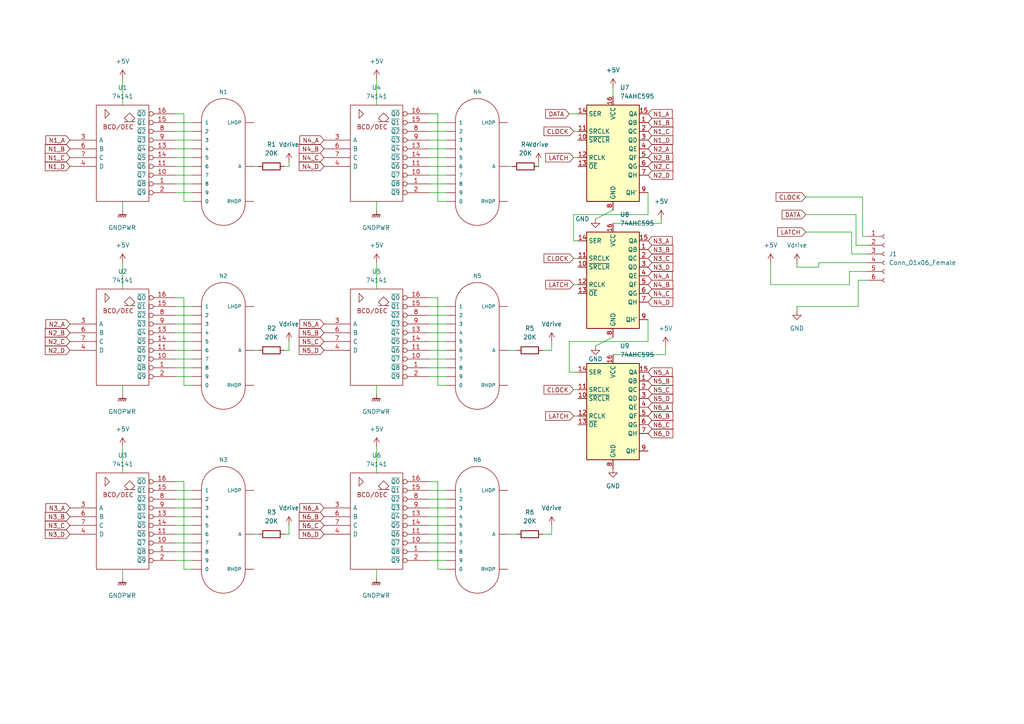
<source format=kicad_sch>
(kicad_sch (version 20211123) (generator eeschema)

  (uuid 40a57d64-b02c-4c90-b462-eb08ca651fb8)

  (paper "A4")

  (lib_symbols
    (symbol "74xx:74AHC595" (in_bom yes) (on_board yes)
      (property "Reference" "U" (id 0) (at -7.62 13.97 0)
        (effects (font (size 1.27 1.27)))
      )
      (property "Value" "74AHC595" (id 1) (at -7.62 -16.51 0)
        (effects (font (size 1.27 1.27)))
      )
      (property "Footprint" "" (id 2) (at 0 0 0)
        (effects (font (size 1.27 1.27)) hide)
      )
      (property "Datasheet" "https://assets.nexperia.com/documents/data-sheet/74AHC_AHCT595.pdf" (id 3) (at 0 0 0)
        (effects (font (size 1.27 1.27)) hide)
      )
      (property "ki_keywords" "AHCMOS SR 3State" (id 4) (at 0 0 0)
        (effects (font (size 1.27 1.27)) hide)
      )
      (property "ki_description" "8-bit serial in/out Shift Register 3-State Outputs" (id 5) (at 0 0 0)
        (effects (font (size 1.27 1.27)) hide)
      )
      (property "ki_fp_filters" "DIP*W7.62mm* SOIC*3.9x9.9mm*P1.27mm* TSSOP*4.4x5mm*P0.65mm* SOIC*5.3x10.2mm*P1.27mm* SOIC*7.5x10.3mm*P1.27mm*" (id 6) (at 0 0 0)
        (effects (font (size 1.27 1.27)) hide)
      )
      (symbol "74AHC595_1_0"
        (pin tri_state line (at 10.16 7.62 180) (length 2.54)
          (name "QB" (effects (font (size 1.27 1.27))))
          (number "1" (effects (font (size 1.27 1.27))))
        )
        (pin input line (at -10.16 2.54 0) (length 2.54)
          (name "~{SRCLR}" (effects (font (size 1.27 1.27))))
          (number "10" (effects (font (size 1.27 1.27))))
        )
        (pin input line (at -10.16 5.08 0) (length 2.54)
          (name "SRCLK" (effects (font (size 1.27 1.27))))
          (number "11" (effects (font (size 1.27 1.27))))
        )
        (pin input line (at -10.16 -2.54 0) (length 2.54)
          (name "RCLK" (effects (font (size 1.27 1.27))))
          (number "12" (effects (font (size 1.27 1.27))))
        )
        (pin input line (at -10.16 -5.08 0) (length 2.54)
          (name "~{OE}" (effects (font (size 1.27 1.27))))
          (number "13" (effects (font (size 1.27 1.27))))
        )
        (pin input line (at -10.16 10.16 0) (length 2.54)
          (name "SER" (effects (font (size 1.27 1.27))))
          (number "14" (effects (font (size 1.27 1.27))))
        )
        (pin tri_state line (at 10.16 10.16 180) (length 2.54)
          (name "QA" (effects (font (size 1.27 1.27))))
          (number "15" (effects (font (size 1.27 1.27))))
        )
        (pin power_in line (at 0 15.24 270) (length 2.54)
          (name "VCC" (effects (font (size 1.27 1.27))))
          (number "16" (effects (font (size 1.27 1.27))))
        )
        (pin tri_state line (at 10.16 5.08 180) (length 2.54)
          (name "QC" (effects (font (size 1.27 1.27))))
          (number "2" (effects (font (size 1.27 1.27))))
        )
        (pin tri_state line (at 10.16 2.54 180) (length 2.54)
          (name "QD" (effects (font (size 1.27 1.27))))
          (number "3" (effects (font (size 1.27 1.27))))
        )
        (pin tri_state line (at 10.16 0 180) (length 2.54)
          (name "QE" (effects (font (size 1.27 1.27))))
          (number "4" (effects (font (size 1.27 1.27))))
        )
        (pin tri_state line (at 10.16 -2.54 180) (length 2.54)
          (name "QF" (effects (font (size 1.27 1.27))))
          (number "5" (effects (font (size 1.27 1.27))))
        )
        (pin tri_state line (at 10.16 -5.08 180) (length 2.54)
          (name "QG" (effects (font (size 1.27 1.27))))
          (number "6" (effects (font (size 1.27 1.27))))
        )
        (pin tri_state line (at 10.16 -7.62 180) (length 2.54)
          (name "QH" (effects (font (size 1.27 1.27))))
          (number "7" (effects (font (size 1.27 1.27))))
        )
        (pin power_in line (at 0 -17.78 90) (length 2.54)
          (name "GND" (effects (font (size 1.27 1.27))))
          (number "8" (effects (font (size 1.27 1.27))))
        )
        (pin output line (at 10.16 -12.7 180) (length 2.54)
          (name "QH'" (effects (font (size 1.27 1.27))))
          (number "9" (effects (font (size 1.27 1.27))))
        )
      )
      (symbol "74AHC595_1_1"
        (rectangle (start -7.62 12.7) (end 7.62 -15.24)
          (stroke (width 0.254) (type default) (color 0 0 0 0))
          (fill (type background))
        )
      )
    )
    (symbol "74xx_IEEE:74141" (pin_names (offset 0.762)) (in_bom yes) (on_board yes)
      (property "Reference" "U" (id 0) (at 0 0 0)
        (effects (font (size 1.27 1.27)))
      )
      (property "Value" "74141" (id 1) (at 7.62 -15.24 0)
        (effects (font (size 1.27 1.27)))
      )
      (property "Footprint" "" (id 2) (at 0 0 0)
        (effects (font (size 1.27 1.27)) hide)
      )
      (property "Datasheet" "" (id 3) (at 0 0 0)
        (effects (font (size 1.27 1.27)) hide)
      )
      (symbol "74141_0_0"
        (polyline
          (pts
            (xy 3.556 9.144)
            (xy 3.048 9.144)
            (xy 3.048 9.144)
          )
          (stroke (width 0) (type default) (color 0 0 0 0))
          (fill (type none))
        )
        (polyline
          (pts
            (xy -5.08 12.7)
            (xy -5.08 10.16)
            (xy -3.81 11.43)
            (xy -5.08 12.7)
            (xy -5.08 12.7)
          )
          (stroke (width 0) (type default) (color 0 0 0 0))
          (fill (type none))
        )
        (polyline
          (pts
            (xy 2.54 9.144)
            (xy 3.556 10.16)
            (xy 2.032 11.684)
            (xy 0.508 10.16)
            (xy 1.524 9.144)
            (xy 0.508 9.144)
            (xy 3.556 9.144)
          )
          (stroke (width 0) (type default) (color 0 0 0 0))
          (fill (type none))
        )
        (text "BCD/DEC" (at -1.27 7.62 0)
          (effects (font (size 1.27 1.27)))
        )
        (pin power_in line (at 0 -13.97 90) (length 0) hide
          (name "GND" (effects (font (size 1.27 1.27))))
          (number "12" (effects (font (size 1.27 1.27))))
        )
        (pin power_in line (at 0 13.97 270) (length 0) hide
          (name "VCC" (effects (font (size 1.27 1.27))))
          (number "5" (effects (font (size 1.27 1.27))))
        )
      )
      (symbol "74141_0_1"
        (rectangle (start -7.62 13.97) (end 7.62 -13.97)
          (stroke (width 0) (type default) (color 0 0 0 0))
          (fill (type none))
        )
      )
      (symbol "74141_1_1"
        (pin open_collector inverted (at 15.24 -8.89 180) (length 7.62)
          (name "~{Q8}" (effects (font (size 1.27 1.27))))
          (number "1" (effects (font (size 1.27 1.27))))
        )
        (pin open_collector inverted (at 15.24 -6.35 180) (length 7.62)
          (name "~{Q7}" (effects (font (size 1.27 1.27))))
          (number "10" (effects (font (size 1.27 1.27))))
        )
        (pin open_collector inverted (at 15.24 -3.81 180) (length 7.62)
          (name "~{Q6}" (effects (font (size 1.27 1.27))))
          (number "11" (effects (font (size 1.27 1.27))))
        )
        (pin open_collector inverted (at 15.24 1.27 180) (length 7.62)
          (name "~{Q4}" (effects (font (size 1.27 1.27))))
          (number "13" (effects (font (size 1.27 1.27))))
        )
        (pin open_collector inverted (at 15.24 -1.27 180) (length 7.62)
          (name "~{Q5}" (effects (font (size 1.27 1.27))))
          (number "14" (effects (font (size 1.27 1.27))))
        )
        (pin open_collector inverted (at 15.24 8.89 180) (length 7.62)
          (name "~{Q1}" (effects (font (size 1.27 1.27))))
          (number "15" (effects (font (size 1.27 1.27))))
        )
        (pin open_collector inverted (at 15.24 11.43 180) (length 7.62)
          (name "~{Q0}" (effects (font (size 1.27 1.27))))
          (number "16" (effects (font (size 1.27 1.27))))
        )
        (pin open_collector inverted (at 15.24 -11.43 180) (length 7.62)
          (name "~{Q9}" (effects (font (size 1.27 1.27))))
          (number "2" (effects (font (size 1.27 1.27))))
        )
        (pin input line (at -15.24 3.81 0) (length 7.62)
          (name "A" (effects (font (size 1.27 1.27))))
          (number "3" (effects (font (size 1.27 1.27))))
        )
        (pin input line (at -15.24 -3.81 0) (length 7.62)
          (name "D" (effects (font (size 1.27 1.27))))
          (number "4" (effects (font (size 1.27 1.27))))
        )
        (pin input line (at -15.24 1.27 0) (length 7.62)
          (name "B" (effects (font (size 1.27 1.27))))
          (number "6" (effects (font (size 1.27 1.27))))
        )
        (pin input line (at -15.24 -1.27 0) (length 7.62)
          (name "C" (effects (font (size 1.27 1.27))))
          (number "7" (effects (font (size 1.27 1.27))))
        )
        (pin open_collector inverted (at 15.24 6.35 180) (length 7.62)
          (name "~{Q2}" (effects (font (size 1.27 1.27))))
          (number "8" (effects (font (size 1.27 1.27))))
        )
        (pin open_collector inverted (at 15.24 3.81 180) (length 7.62)
          (name "~{Q3}" (effects (font (size 1.27 1.27))))
          (number "9" (effects (font (size 1.27 1.27))))
        )
      )
    )
    (symbol "Connector:Conn_01x06_Female" (pin_names (offset 1.016) hide) (in_bom yes) (on_board yes)
      (property "Reference" "J" (id 0) (at 0 7.62 0)
        (effects (font (size 1.27 1.27)))
      )
      (property "Value" "Conn_01x06_Female" (id 1) (at 0 -10.16 0)
        (effects (font (size 1.27 1.27)))
      )
      (property "Footprint" "" (id 2) (at 0 0 0)
        (effects (font (size 1.27 1.27)) hide)
      )
      (property "Datasheet" "~" (id 3) (at 0 0 0)
        (effects (font (size 1.27 1.27)) hide)
      )
      (property "ki_keywords" "connector" (id 4) (at 0 0 0)
        (effects (font (size 1.27 1.27)) hide)
      )
      (property "ki_description" "Generic connector, single row, 01x06, script generated (kicad-library-utils/schlib/autogen/connector/)" (id 5) (at 0 0 0)
        (effects (font (size 1.27 1.27)) hide)
      )
      (property "ki_fp_filters" "Connector*:*_1x??_*" (id 6) (at 0 0 0)
        (effects (font (size 1.27 1.27)) hide)
      )
      (symbol "Conn_01x06_Female_1_1"
        (arc (start 0 -7.112) (mid -0.508 -7.62) (end 0 -8.128)
          (stroke (width 0.1524) (type default) (color 0 0 0 0))
          (fill (type none))
        )
        (arc (start 0 -4.572) (mid -0.508 -5.08) (end 0 -5.588)
          (stroke (width 0.1524) (type default) (color 0 0 0 0))
          (fill (type none))
        )
        (arc (start 0 -2.032) (mid -0.508 -2.54) (end 0 -3.048)
          (stroke (width 0.1524) (type default) (color 0 0 0 0))
          (fill (type none))
        )
        (polyline
          (pts
            (xy -1.27 -7.62)
            (xy -0.508 -7.62)
          )
          (stroke (width 0.1524) (type default) (color 0 0 0 0))
          (fill (type none))
        )
        (polyline
          (pts
            (xy -1.27 -5.08)
            (xy -0.508 -5.08)
          )
          (stroke (width 0.1524) (type default) (color 0 0 0 0))
          (fill (type none))
        )
        (polyline
          (pts
            (xy -1.27 -2.54)
            (xy -0.508 -2.54)
          )
          (stroke (width 0.1524) (type default) (color 0 0 0 0))
          (fill (type none))
        )
        (polyline
          (pts
            (xy -1.27 0)
            (xy -0.508 0)
          )
          (stroke (width 0.1524) (type default) (color 0 0 0 0))
          (fill (type none))
        )
        (polyline
          (pts
            (xy -1.27 2.54)
            (xy -0.508 2.54)
          )
          (stroke (width 0.1524) (type default) (color 0 0 0 0))
          (fill (type none))
        )
        (polyline
          (pts
            (xy -1.27 5.08)
            (xy -0.508 5.08)
          )
          (stroke (width 0.1524) (type default) (color 0 0 0 0))
          (fill (type none))
        )
        (arc (start 0 0.508) (mid -0.508 0) (end 0 -0.508)
          (stroke (width 0.1524) (type default) (color 0 0 0 0))
          (fill (type none))
        )
        (arc (start 0 3.048) (mid -0.508 2.54) (end 0 2.032)
          (stroke (width 0.1524) (type default) (color 0 0 0 0))
          (fill (type none))
        )
        (arc (start 0 5.588) (mid -0.508 5.08) (end 0 4.572)
          (stroke (width 0.1524) (type default) (color 0 0 0 0))
          (fill (type none))
        )
        (pin passive line (at -5.08 5.08 0) (length 3.81)
          (name "Pin_1" (effects (font (size 1.27 1.27))))
          (number "1" (effects (font (size 1.27 1.27))))
        )
        (pin passive line (at -5.08 2.54 0) (length 3.81)
          (name "Pin_2" (effects (font (size 1.27 1.27))))
          (number "2" (effects (font (size 1.27 1.27))))
        )
        (pin passive line (at -5.08 0 0) (length 3.81)
          (name "Pin_3" (effects (font (size 1.27 1.27))))
          (number "3" (effects (font (size 1.27 1.27))))
        )
        (pin passive line (at -5.08 -2.54 0) (length 3.81)
          (name "Pin_4" (effects (font (size 1.27 1.27))))
          (number "4" (effects (font (size 1.27 1.27))))
        )
        (pin passive line (at -5.08 -5.08 0) (length 3.81)
          (name "Pin_5" (effects (font (size 1.27 1.27))))
          (number "5" (effects (font (size 1.27 1.27))))
        )
        (pin passive line (at -5.08 -7.62 0) (length 3.81)
          (name "Pin_6" (effects (font (size 1.27 1.27))))
          (number "6" (effects (font (size 1.27 1.27))))
        )
      )
    )
    (symbol "Device:R" (pin_numbers hide) (pin_names (offset 0)) (in_bom yes) (on_board yes)
      (property "Reference" "R" (id 0) (at 2.032 0 90)
        (effects (font (size 1.27 1.27)))
      )
      (property "Value" "R" (id 1) (at 0 0 90)
        (effects (font (size 1.27 1.27)))
      )
      (property "Footprint" "" (id 2) (at -1.778 0 90)
        (effects (font (size 1.27 1.27)) hide)
      )
      (property "Datasheet" "~" (id 3) (at 0 0 0)
        (effects (font (size 1.27 1.27)) hide)
      )
      (property "ki_keywords" "R res resistor" (id 4) (at 0 0 0)
        (effects (font (size 1.27 1.27)) hide)
      )
      (property "ki_description" "Resistor" (id 5) (at 0 0 0)
        (effects (font (size 1.27 1.27)) hide)
      )
      (property "ki_fp_filters" "R_*" (id 6) (at 0 0 0)
        (effects (font (size 1.27 1.27)) hide)
      )
      (symbol "R_0_1"
        (rectangle (start -1.016 -2.54) (end 1.016 2.54)
          (stroke (width 0.254) (type default) (color 0 0 0 0))
          (fill (type none))
        )
      )
      (symbol "R_1_1"
        (pin passive line (at 0 3.81 270) (length 1.27)
          (name "~" (effects (font (size 1.27 1.27))))
          (number "1" (effects (font (size 1.27 1.27))))
        )
        (pin passive line (at 0 -3.81 90) (length 1.27)
          (name "~" (effects (font (size 1.27 1.27))))
          (number "2" (effects (font (size 1.27 1.27))))
        )
      )
    )
    (symbol "power:+5V" (power) (pin_names (offset 0)) (in_bom yes) (on_board yes)
      (property "Reference" "#PWR" (id 0) (at 0 -3.81 0)
        (effects (font (size 1.27 1.27)) hide)
      )
      (property "Value" "+5V" (id 1) (at 0 3.556 0)
        (effects (font (size 1.27 1.27)))
      )
      (property "Footprint" "" (id 2) (at 0 0 0)
        (effects (font (size 1.27 1.27)) hide)
      )
      (property "Datasheet" "" (id 3) (at 0 0 0)
        (effects (font (size 1.27 1.27)) hide)
      )
      (property "ki_keywords" "power-flag" (id 4) (at 0 0 0)
        (effects (font (size 1.27 1.27)) hide)
      )
      (property "ki_description" "Power symbol creates a global label with name \"+5V\"" (id 5) (at 0 0 0)
        (effects (font (size 1.27 1.27)) hide)
      )
      (symbol "+5V_0_1"
        (polyline
          (pts
            (xy -0.762 1.27)
            (xy 0 2.54)
          )
          (stroke (width 0) (type default) (color 0 0 0 0))
          (fill (type none))
        )
        (polyline
          (pts
            (xy 0 0)
            (xy 0 2.54)
          )
          (stroke (width 0) (type default) (color 0 0 0 0))
          (fill (type none))
        )
        (polyline
          (pts
            (xy 0 2.54)
            (xy 0.762 1.27)
          )
          (stroke (width 0) (type default) (color 0 0 0 0))
          (fill (type none))
        )
      )
      (symbol "+5V_1_1"
        (pin power_in line (at 0 0 90) (length 0) hide
          (name "+5V" (effects (font (size 1.27 1.27))))
          (number "1" (effects (font (size 1.27 1.27))))
        )
      )
    )
    (symbol "power:GND" (power) (pin_names (offset 0)) (in_bom yes) (on_board yes)
      (property "Reference" "#PWR" (id 0) (at 0 -6.35 0)
        (effects (font (size 1.27 1.27)) hide)
      )
      (property "Value" "GND" (id 1) (at 0 -3.81 0)
        (effects (font (size 1.27 1.27)))
      )
      (property "Footprint" "" (id 2) (at 0 0 0)
        (effects (font (size 1.27 1.27)) hide)
      )
      (property "Datasheet" "" (id 3) (at 0 0 0)
        (effects (font (size 1.27 1.27)) hide)
      )
      (property "ki_keywords" "power-flag" (id 4) (at 0 0 0)
        (effects (font (size 1.27 1.27)) hide)
      )
      (property "ki_description" "Power symbol creates a global label with name \"GND\" , ground" (id 5) (at 0 0 0)
        (effects (font (size 1.27 1.27)) hide)
      )
      (symbol "GND_0_1"
        (polyline
          (pts
            (xy 0 0)
            (xy 0 -1.27)
            (xy 1.27 -1.27)
            (xy 0 -2.54)
            (xy -1.27 -1.27)
            (xy 0 -1.27)
          )
          (stroke (width 0) (type default) (color 0 0 0 0))
          (fill (type none))
        )
      )
      (symbol "GND_1_1"
        (pin power_in line (at 0 0 270) (length 0) hide
          (name "GND" (effects (font (size 1.27 1.27))))
          (number "1" (effects (font (size 1.27 1.27))))
        )
      )
    )
    (symbol "power:GNDPWR" (power) (pin_names (offset 0)) (in_bom yes) (on_board yes)
      (property "Reference" "#PWR" (id 0) (at 0 -5.08 0)
        (effects (font (size 1.27 1.27)) hide)
      )
      (property "Value" "GNDPWR" (id 1) (at 0 -3.302 0)
        (effects (font (size 1.27 1.27)))
      )
      (property "Footprint" "" (id 2) (at 0 -1.27 0)
        (effects (font (size 1.27 1.27)) hide)
      )
      (property "Datasheet" "" (id 3) (at 0 -1.27 0)
        (effects (font (size 1.27 1.27)) hide)
      )
      (property "ki_keywords" "power-flag" (id 4) (at 0 0 0)
        (effects (font (size 1.27 1.27)) hide)
      )
      (property "ki_description" "Power symbol creates a global label with name \"GNDPWR\" , power ground" (id 5) (at 0 0 0)
        (effects (font (size 1.27 1.27)) hide)
      )
      (symbol "GNDPWR_0_1"
        (polyline
          (pts
            (xy 0 -1.27)
            (xy 0 0)
          )
          (stroke (width 0) (type default) (color 0 0 0 0))
          (fill (type none))
        )
        (polyline
          (pts
            (xy -1.016 -1.27)
            (xy -1.27 -2.032)
            (xy -1.27 -2.032)
          )
          (stroke (width 0.2032) (type default) (color 0 0 0 0))
          (fill (type none))
        )
        (polyline
          (pts
            (xy -0.508 -1.27)
            (xy -0.762 -2.032)
            (xy -0.762 -2.032)
          )
          (stroke (width 0.2032) (type default) (color 0 0 0 0))
          (fill (type none))
        )
        (polyline
          (pts
            (xy 0 -1.27)
            (xy -0.254 -2.032)
            (xy -0.254 -2.032)
          )
          (stroke (width 0.2032) (type default) (color 0 0 0 0))
          (fill (type none))
        )
        (polyline
          (pts
            (xy 0.508 -1.27)
            (xy 0.254 -2.032)
            (xy 0.254 -2.032)
          )
          (stroke (width 0.2032) (type default) (color 0 0 0 0))
          (fill (type none))
        )
        (polyline
          (pts
            (xy 1.016 -1.27)
            (xy -1.016 -1.27)
            (xy -1.016 -1.27)
          )
          (stroke (width 0.2032) (type default) (color 0 0 0 0))
          (fill (type none))
        )
        (polyline
          (pts
            (xy 1.016 -1.27)
            (xy 0.762 -2.032)
            (xy 0.762 -2.032)
            (xy 0.762 -2.032)
          )
          (stroke (width 0.2032) (type default) (color 0 0 0 0))
          (fill (type none))
        )
      )
      (symbol "GNDPWR_1_1"
        (pin power_in line (at 0 0 270) (length 0) hide
          (name "GNDPWR" (effects (font (size 1.27 1.27))))
          (number "1" (effects (font (size 1.27 1.27))))
        )
      )
    )
    (symbol "power:Vdrive" (power) (pin_names (offset 0)) (in_bom yes) (on_board yes)
      (property "Reference" "#PWR" (id 0) (at -5.08 -3.81 0)
        (effects (font (size 1.27 1.27)) hide)
      )
      (property "Value" "Vdrive" (id 1) (at 0 3.81 0)
        (effects (font (size 1.27 1.27)))
      )
      (property "Footprint" "" (id 2) (at 0 0 0)
        (effects (font (size 1.27 1.27)) hide)
      )
      (property "Datasheet" "" (id 3) (at 0 0 0)
        (effects (font (size 1.27 1.27)) hide)
      )
      (property "ki_keywords" "power-flag" (id 4) (at 0 0 0)
        (effects (font (size 1.27 1.27)) hide)
      )
      (property "ki_description" "Power symbol creates a global label with name \"Vdrive\"" (id 5) (at 0 0 0)
        (effects (font (size 1.27 1.27)) hide)
      )
      (symbol "Vdrive_0_1"
        (polyline
          (pts
            (xy -0.762 1.27)
            (xy 0 2.54)
          )
          (stroke (width 0) (type default) (color 0 0 0 0))
          (fill (type none))
        )
        (polyline
          (pts
            (xy 0 0)
            (xy 0 2.54)
          )
          (stroke (width 0) (type default) (color 0 0 0 0))
          (fill (type none))
        )
        (polyline
          (pts
            (xy 0 2.54)
            (xy 0.762 1.27)
          )
          (stroke (width 0) (type default) (color 0 0 0 0))
          (fill (type none))
        )
      )
      (symbol "Vdrive_1_1"
        (pin power_in line (at 0 0 90) (length 0) hide
          (name "Vdrive" (effects (font (size 1.27 1.27))))
          (number "1" (effects (font (size 1.27 1.27))))
        )
      )
    )
    (symbol "usnixies:IN-16" (pin_numbers hide) (pin_names (offset 1.016)) (in_bom yes) (on_board yes)
      (property "Reference" "N" (id 0) (at -3.175 20.955 0)
        (effects (font (size 1.143 1.143)) (justify left bottom))
      )
      (property "Value" "IN-16" (id 1) (at 0 0 0)
        (effects (font (size 1.143 1.143)) (justify left bottom) hide)
      )
      (property "Footprint" "nixies-us_IN-16" (id 2) (at 0.762 3.81 0)
        (effects (font (size 0.508 0.508)) hide)
      )
      (property "Datasheet" "" (id 3) (at 0 0 0)
        (effects (font (size 1.27 1.27)) hide)
      )
      (property "ki_locked" "" (id 4) (at 0 0 0)
        (effects (font (size 1.27 1.27)))
      )
      (property "ki_fp_filters" "*IN-16*" (id 5) (at 0 0 0)
        (effects (font (size 1.27 1.27)) hide)
      )
      (symbol "IN-16_1_0"
        (polyline
          (pts
            (xy -5.08 -10.795)
            (xy -5.08 13.335)
          )
          (stroke (width 0) (type default) (color 0 0 0 0))
          (fill (type none))
        )
        (polyline
          (pts
            (xy 7.62 -10.795)
            (xy 7.62 13.335)
          )
          (stroke (width 0) (type default) (color 0 0 0 0))
          (fill (type none))
        )
      )
      (symbol "IN-16_1_1"
        (arc (start -5.08 -10.795) (mid 1.27 -17.145) (end 7.62 -10.795)
          (stroke (width 0) (type default) (color 0 0 0 0))
          (fill (type none))
        )
        (arc (start 7.62 13.335) (mid 1.27 19.685) (end -5.08 13.335)
          (stroke (width 0) (type default) (color 0 0 0 0))
          (fill (type none))
        )
        (pin bidirectional line (at -7.62 -10.16 0) (length 2.54)
          (name "0" (effects (font (size 1.016 1.016))))
          (number "0" (effects (font (size 1.016 1.016))))
        )
        (pin bidirectional line (at -7.62 12.7 0) (length 2.54)
          (name "1" (effects (font (size 1.016 1.016))))
          (number "1" (effects (font (size 1.016 1.016))))
        )
        (pin bidirectional line (at -7.62 10.16 0) (length 2.54)
          (name "2" (effects (font (size 1.016 1.016))))
          (number "2" (effects (font (size 1.016 1.016))))
        )
        (pin bidirectional line (at -7.62 7.62 0) (length 2.54)
          (name "3" (effects (font (size 1.016 1.016))))
          (number "3" (effects (font (size 1.016 1.016))))
        )
        (pin bidirectional line (at -7.62 5.08 0) (length 2.54)
          (name "4" (effects (font (size 1.016 1.016))))
          (number "4" (effects (font (size 1.016 1.016))))
        )
        (pin bidirectional line (at -7.62 2.54 0) (length 2.54)
          (name "5" (effects (font (size 1.016 1.016))))
          (number "5" (effects (font (size 1.016 1.016))))
        )
        (pin bidirectional line (at -7.62 0 0) (length 2.54)
          (name "6" (effects (font (size 1.016 1.016))))
          (number "6" (effects (font (size 1.016 1.016))))
        )
        (pin bidirectional line (at -7.62 -2.54 0) (length 2.54)
          (name "7" (effects (font (size 1.016 1.016))))
          (number "7" (effects (font (size 1.016 1.016))))
        )
        (pin bidirectional line (at -7.62 -5.08 0) (length 2.54)
          (name "8" (effects (font (size 1.016 1.016))))
          (number "8" (effects (font (size 1.016 1.016))))
        )
        (pin bidirectional line (at -7.62 -7.62 0) (length 2.54)
          (name "9" (effects (font (size 1.016 1.016))))
          (number "9" (effects (font (size 1.016 1.016))))
        )
        (pin bidirectional line (at 10.16 0 180) (length 2.54)
          (name "A" (effects (font (size 1.016 1.016))))
          (number "A" (effects (font (size 1.016 1.016))))
        )
        (pin bidirectional line (at 10.16 12.7 180) (length 2.54)
          (name "LHDP" (effects (font (size 1.016 1.016))))
          (number "LHDP" (effects (font (size 1.016 1.016))))
        )
        (pin bidirectional line (at 10.16 -10.16 180) (length 2.54)
          (name "RHDP" (effects (font (size 1.016 1.016))))
          (number "RHDP" (effects (font (size 1.016 1.016))))
        )
      )
    )
  )


  (wire (pts (xy 165.1 107.95) (xy 167.64 107.95))
    (stroke (width 0) (type default) (color 0 0 0 0))
    (uuid 0100ad01-4d88-4ca5-95a9-db069212455e)
  )
  (wire (pts (xy 237.49 76.2) (xy 237.49 77.47))
    (stroke (width 0) (type default) (color 0 0 0 0))
    (uuid 010acc0c-2686-4926-9902-9d9901036a86)
  )
  (wire (pts (xy 127 165.1) (xy 129.54 165.1))
    (stroke (width 0) (type default) (color 0 0 0 0))
    (uuid 01442666-d939-4b65-b28d-3c8c138f1cf5)
  )
  (wire (pts (xy 50.8 152.4) (xy 55.88 152.4))
    (stroke (width 0) (type default) (color 0 0 0 0))
    (uuid 03d0f4d5-3bcd-4b36-89cf-ab3cc534d2a4)
  )
  (wire (pts (xy 166.37 45.72) (xy 167.64 45.72))
    (stroke (width 0) (type default) (color 0 0 0 0))
    (uuid 04ca420e-5653-4d31-a2b7-6418fd23ca07)
  )
  (wire (pts (xy 124.46 88.9) (xy 129.54 88.9))
    (stroke (width 0) (type default) (color 0 0 0 0))
    (uuid 0558479f-e811-4334-b6d4-74828544db43)
  )
  (wire (pts (xy 124.46 101.6) (xy 129.54 101.6))
    (stroke (width 0) (type default) (color 0 0 0 0))
    (uuid 05f6eb1f-eff9-4183-a5c7-42d1bf34296d)
  )
  (wire (pts (xy 251.46 81.28) (xy 248.92 81.28))
    (stroke (width 0) (type default) (color 0 0 0 0))
    (uuid 083c3307-f54c-45e3-9ae1-fb10827bf31c)
  )
  (wire (pts (xy 124.46 99.06) (xy 129.54 99.06))
    (stroke (width 0) (type default) (color 0 0 0 0))
    (uuid 0abc04fc-881d-4854-a4c7-f591d6935c78)
  )
  (wire (pts (xy 124.46 86.36) (xy 127 86.36))
    (stroke (width 0) (type default) (color 0 0 0 0))
    (uuid 0d0b5747-adbb-4e18-ae7c-0bddd417c2e8)
  )
  (wire (pts (xy 50.8 40.64) (xy 55.88 40.64))
    (stroke (width 0) (type default) (color 0 0 0 0))
    (uuid 0d3b3c74-733c-42c0-9d88-8b204952a761)
  )
  (wire (pts (xy 160.02 154.94) (xy 160.02 152.4))
    (stroke (width 0) (type default) (color 0 0 0 0))
    (uuid 0db37faf-8b61-4cdd-bfc9-e14d8c440140)
  )
  (wire (pts (xy 50.8 149.86) (xy 55.88 149.86))
    (stroke (width 0) (type default) (color 0 0 0 0))
    (uuid 0e7f3c3f-45f6-42c2-aa46-654afc49bd2e)
  )
  (wire (pts (xy 147.32 48.26) (xy 148.59 48.26))
    (stroke (width 0) (type default) (color 0 0 0 0))
    (uuid 0ed3af84-60e4-4bff-bd4a-c66af043c4fc)
  )
  (wire (pts (xy 50.8 35.56) (xy 55.88 35.56))
    (stroke (width 0) (type default) (color 0 0 0 0))
    (uuid 10f2591f-994f-480b-baa1-c08041bfccf7)
  )
  (wire (pts (xy 248.285 71.12) (xy 251.46 71.12))
    (stroke (width 0) (type default) (color 0 0 0 0))
    (uuid 119068b9-3e90-4610-9b87-092d2b0ee5ef)
  )
  (wire (pts (xy 124.46 160.02) (xy 129.54 160.02))
    (stroke (width 0) (type default) (color 0 0 0 0))
    (uuid 12a0aca9-ef67-4763-a5dc-3e931501515a)
  )
  (wire (pts (xy 83.82 46.99) (xy 83.82 48.26))
    (stroke (width 0) (type default) (color 0 0 0 0))
    (uuid 1439b905-c81b-4c29-8598-b9cc60803a6c)
  )
  (wire (pts (xy 124.46 154.94) (xy 129.54 154.94))
    (stroke (width 0) (type default) (color 0 0 0 0))
    (uuid 16262f19-72ec-45b2-9e5d-f65a496ed088)
  )
  (wire (pts (xy 124.46 53.34) (xy 129.54 53.34))
    (stroke (width 0) (type default) (color 0 0 0 0))
    (uuid 185ae0bb-5f5a-45d2-acd0-e3d91d387855)
  )
  (wire (pts (xy 157.48 154.94) (xy 160.02 154.94))
    (stroke (width 0) (type default) (color 0 0 0 0))
    (uuid 1a62590c-da8f-4c02-93a4-5033a0be41c1)
  )
  (wire (pts (xy 50.8 160.02) (xy 55.88 160.02))
    (stroke (width 0) (type default) (color 0 0 0 0))
    (uuid 1b58461b-bc55-433f-aff5-8408143e3f18)
  )
  (wire (pts (xy 50.8 104.14) (xy 55.88 104.14))
    (stroke (width 0) (type default) (color 0 0 0 0))
    (uuid 1cd0be7f-f608-4f7a-9950-a562a0510ef7)
  )
  (wire (pts (xy 50.8 91.44) (xy 55.88 91.44))
    (stroke (width 0) (type default) (color 0 0 0 0))
    (uuid 1dbda74c-8a1b-428d-9baf-3c01ffe50f43)
  )
  (wire (pts (xy 165.1 33.02) (xy 167.64 33.02))
    (stroke (width 0) (type default) (color 0 0 0 0))
    (uuid 2038441f-81ee-4cbb-af73-3d41fa8a2321)
  )
  (wire (pts (xy 50.8 50.8) (xy 55.88 50.8))
    (stroke (width 0) (type default) (color 0 0 0 0))
    (uuid 21e6c3ea-8f27-4d1e-ba99-dd1b251f8023)
  )
  (wire (pts (xy 231.14 88.9) (xy 231.14 90.17))
    (stroke (width 0) (type default) (color 0 0 0 0))
    (uuid 2270ebf4-99c4-4d6d-a764-2a9d2cc860d7)
  )
  (wire (pts (xy 166.37 120.65) (xy 167.64 120.65))
    (stroke (width 0) (type default) (color 0 0 0 0))
    (uuid 22f4966d-6506-426d-b96d-491f2a1969e4)
  )
  (wire (pts (xy 50.8 144.78) (xy 55.88 144.78))
    (stroke (width 0) (type default) (color 0 0 0 0))
    (uuid 2895832a-b44f-4152-9171-822ede900aad)
  )
  (wire (pts (xy 127 33.02) (xy 127 58.42))
    (stroke (width 0) (type default) (color 0 0 0 0))
    (uuid 299eb923-b060-445b-9baa-9f639b58db46)
  )
  (wire (pts (xy 124.46 104.14) (xy 129.54 104.14))
    (stroke (width 0) (type default) (color 0 0 0 0))
    (uuid 2b1df84c-2a9d-444e-869c-ee7f00fcabd6)
  )
  (wire (pts (xy 165.1 99.06) (xy 187.96 99.06))
    (stroke (width 0) (type default) (color 0 0 0 0))
    (uuid 2c070b0e-5e1f-4902-b509-1ddb20424341)
  )
  (wire (pts (xy 156.21 46.99) (xy 156.21 48.26))
    (stroke (width 0) (type default) (color 0 0 0 0))
    (uuid 2dec7d95-60e6-4c11-9fc3-20634714f65f)
  )
  (wire (pts (xy 50.8 154.94) (xy 55.88 154.94))
    (stroke (width 0) (type default) (color 0 0 0 0))
    (uuid 2fde003f-4119-47d1-9418-10b20456fa87)
  )
  (wire (pts (xy 35.56 165.1) (xy 35.56 167.64))
    (stroke (width 0) (type default) (color 0 0 0 0))
    (uuid 312947ff-91a2-438c-b816-c8a6284c00b5)
  )
  (wire (pts (xy 246.38 82.55) (xy 246.38 78.74))
    (stroke (width 0) (type default) (color 0 0 0 0))
    (uuid 3346be26-4384-488a-8c7a-d1afb04f8c36)
  )
  (wire (pts (xy 53.34 139.7) (xy 53.34 165.1))
    (stroke (width 0) (type default) (color 0 0 0 0))
    (uuid 35b9e2e7-0cbc-417f-9748-5073aeb165c4)
  )
  (wire (pts (xy 35.56 22.86) (xy 35.56 30.48))
    (stroke (width 0) (type default) (color 0 0 0 0))
    (uuid 3625d343-8f2f-470b-86a4-b3ccf9b03748)
  )
  (wire (pts (xy 177.8 64.77) (xy 191.77 64.77))
    (stroke (width 0) (type default) (color 0 0 0 0))
    (uuid 371790aa-5156-4bac-9751-18b166207134)
  )
  (wire (pts (xy 147.32 154.94) (xy 149.86 154.94))
    (stroke (width 0) (type default) (color 0 0 0 0))
    (uuid 384e7149-37a0-4fc6-bd72-f3ee4b2b9ecc)
  )
  (wire (pts (xy 83.82 48.26) (xy 82.55 48.26))
    (stroke (width 0) (type default) (color 0 0 0 0))
    (uuid 38b44ce3-78ca-466e-9f5a-6d57d6f719af)
  )
  (wire (pts (xy 124.46 40.64) (xy 129.54 40.64))
    (stroke (width 0) (type default) (color 0 0 0 0))
    (uuid 39f024b4-4e93-4fc5-983c-9ffd465189ee)
  )
  (wire (pts (xy 50.8 157.48) (xy 55.88 157.48))
    (stroke (width 0) (type default) (color 0 0 0 0))
    (uuid 3d8d74e3-6d70-497c-b844-7757614e9548)
  )
  (wire (pts (xy 166.37 74.93) (xy 167.64 74.93))
    (stroke (width 0) (type default) (color 0 0 0 0))
    (uuid 3e0eed42-1daf-49d8-879f-0c0050df5944)
  )
  (wire (pts (xy 246.38 78.74) (xy 251.46 78.74))
    (stroke (width 0) (type default) (color 0 0 0 0))
    (uuid 3e25b580-e905-46e4-a539-26535ad2d424)
  )
  (wire (pts (xy 160.02 101.6) (xy 160.02 99.06))
    (stroke (width 0) (type default) (color 0 0 0 0))
    (uuid 3e8caf16-3676-45c6-9ca9-cdf4ac825a15)
  )
  (wire (pts (xy 50.8 88.9) (xy 55.88 88.9))
    (stroke (width 0) (type default) (color 0 0 0 0))
    (uuid 3ff32701-a85d-4c91-8c04-1a21e9cedbb2)
  )
  (wire (pts (xy 166.37 113.03) (xy 167.64 113.03))
    (stroke (width 0) (type default) (color 0 0 0 0))
    (uuid 401ba5b5-48e1-4a4c-acb1-1ff3ea34f49e)
  )
  (wire (pts (xy 50.8 109.22) (xy 55.88 109.22))
    (stroke (width 0) (type default) (color 0 0 0 0))
    (uuid 419a524b-e1c7-4c9e-be89-cbf7daa57659)
  )
  (wire (pts (xy 187.96 92.71) (xy 187.96 99.06))
    (stroke (width 0) (type default) (color 0 0 0 0))
    (uuid 426c5054-4ded-4dcf-b0f9-c25d1a1ef42e)
  )
  (wire (pts (xy 50.8 99.06) (xy 55.88 99.06))
    (stroke (width 0) (type default) (color 0 0 0 0))
    (uuid 4406087a-c4fb-49ab-a014-e25519773ab5)
  )
  (wire (pts (xy 231.14 77.47) (xy 231.14 76.2))
    (stroke (width 0) (type default) (color 0 0 0 0))
    (uuid 4426b6de-ebf7-46e5-805f-3e9f91796ff1)
  )
  (wire (pts (xy 50.8 33.02) (xy 53.34 33.02))
    (stroke (width 0) (type default) (color 0 0 0 0))
    (uuid 469ff60a-569c-4fc3-a9d4-fca7f5a12761)
  )
  (wire (pts (xy 124.46 48.26) (xy 129.54 48.26))
    (stroke (width 0) (type default) (color 0 0 0 0))
    (uuid 4781fc2c-71be-40b5-a525-eadcb879e3ea)
  )
  (wire (pts (xy 248.92 81.28) (xy 248.92 88.9))
    (stroke (width 0) (type default) (color 0 0 0 0))
    (uuid 47ead122-2b60-4f91-a364-9e40ab8ccea2)
  )
  (wire (pts (xy 73.66 48.26) (xy 74.93 48.26))
    (stroke (width 0) (type default) (color 0 0 0 0))
    (uuid 4a1fed0c-5b24-41b6-aafb-b04c2bf40d88)
  )
  (wire (pts (xy 147.32 101.6) (xy 149.86 101.6))
    (stroke (width 0) (type default) (color 0 0 0 0))
    (uuid 516126e3-dddd-4d2f-9c9a-83a4773b90d5)
  )
  (wire (pts (xy 50.8 142.24) (xy 55.88 142.24))
    (stroke (width 0) (type default) (color 0 0 0 0))
    (uuid 52781354-2722-44f1-a57e-680f3dc07154)
  )
  (wire (pts (xy 50.8 93.98) (xy 55.88 93.98))
    (stroke (width 0) (type default) (color 0 0 0 0))
    (uuid 53417bec-d1c9-4d78-b29f-a16b75bb5065)
  )
  (wire (pts (xy 124.46 55.88) (xy 129.54 55.88))
    (stroke (width 0) (type default) (color 0 0 0 0))
    (uuid 53b6ae95-24cb-4715-910b-3460def4544f)
  )
  (wire (pts (xy 157.48 101.6) (xy 160.02 101.6))
    (stroke (width 0) (type default) (color 0 0 0 0))
    (uuid 585212b4-2af0-42ca-ac9c-1114fe83f621)
  )
  (wire (pts (xy 50.8 43.18) (xy 55.88 43.18))
    (stroke (width 0) (type default) (color 0 0 0 0))
    (uuid 5f22df15-489b-4b5f-9872-33320059f83a)
  )
  (wire (pts (xy 250.19 68.58) (xy 251.46 68.58))
    (stroke (width 0) (type default) (color 0 0 0 0))
    (uuid 5fa97198-0a9e-46e9-ace7-e8820b77d3ec)
  )
  (wire (pts (xy 83.82 101.6) (xy 82.55 101.6))
    (stroke (width 0) (type default) (color 0 0 0 0))
    (uuid 6161fe47-f185-47c5-98b7-7ee7f007d0a0)
  )
  (wire (pts (xy 223.52 82.55) (xy 223.52 76.2))
    (stroke (width 0) (type default) (color 0 0 0 0))
    (uuid 67b1fc57-b4e2-4aa3-961f-0f8e86b54300)
  )
  (wire (pts (xy 124.46 38.1) (xy 129.54 38.1))
    (stroke (width 0) (type default) (color 0 0 0 0))
    (uuid 6ad93cad-04f0-440f-b6f1-eb896338c0bc)
  )
  (wire (pts (xy 82.55 154.94) (xy 83.82 154.94))
    (stroke (width 0) (type default) (color 0 0 0 0))
    (uuid 6ca5f2de-8f31-46ac-815a-9adc71868184)
  )
  (wire (pts (xy 166.37 69.85) (xy 167.64 69.85))
    (stroke (width 0) (type default) (color 0 0 0 0))
    (uuid 6d82fe4d-d23a-4385-877a-d19ef34f9fc8)
  )
  (wire (pts (xy 109.22 165.1) (xy 109.22 167.64))
    (stroke (width 0) (type default) (color 0 0 0 0))
    (uuid 6d99c1a8-ead1-4092-a96d-4fe9f9752566)
  )
  (wire (pts (xy 50.8 86.36) (xy 53.34 86.36))
    (stroke (width 0) (type default) (color 0 0 0 0))
    (uuid 6e95effc-da45-45c6-b423-e6a33b185bbf)
  )
  (wire (pts (xy 127 86.36) (xy 127 111.76))
    (stroke (width 0) (type default) (color 0 0 0 0))
    (uuid 7073bdd6-b5a9-49e5-8151-dc26884fda91)
  )
  (wire (pts (xy 50.8 139.7) (xy 53.34 139.7))
    (stroke (width 0) (type default) (color 0 0 0 0))
    (uuid 760b0dff-b5a9-4dbb-b4a4-4a4fd1c5ccbd)
  )
  (wire (pts (xy 177.8 102.87) (xy 193.04 102.87))
    (stroke (width 0) (type default) (color 0 0 0 0))
    (uuid 782320b7-d42f-4166-ba6d-42b0616ac0db)
  )
  (wire (pts (xy 35.56 76.2) (xy 35.56 83.82))
    (stroke (width 0) (type default) (color 0 0 0 0))
    (uuid 7a4da8b3-8a24-41ea-9128-c283122f3f10)
  )
  (wire (pts (xy 50.8 38.1) (xy 55.88 38.1))
    (stroke (width 0) (type default) (color 0 0 0 0))
    (uuid 80ffeb36-eea0-4f1d-b771-e414d1dc8758)
  )
  (wire (pts (xy 124.46 91.44) (xy 129.54 91.44))
    (stroke (width 0) (type default) (color 0 0 0 0))
    (uuid 81e58871-0982-44a3-978b-a3d24f865c07)
  )
  (wire (pts (xy 124.46 139.7) (xy 127 139.7))
    (stroke (width 0) (type default) (color 0 0 0 0))
    (uuid 83189d0d-2324-4d5a-85ab-058a15030cf5)
  )
  (wire (pts (xy 233.68 57.15) (xy 250.19 57.15))
    (stroke (width 0) (type default) (color 0 0 0 0))
    (uuid 8497efb0-ad88-422a-a1d6-3cefec8aa172)
  )
  (wire (pts (xy 248.285 62.23) (xy 248.285 71.12))
    (stroke (width 0) (type default) (color 0 0 0 0))
    (uuid 8537fcda-18c8-435e-ad10-5ca3102a6360)
  )
  (wire (pts (xy 53.34 58.42) (xy 55.88 58.42))
    (stroke (width 0) (type default) (color 0 0 0 0))
    (uuid 86b288f6-ebee-47d5-b2e7-727da74926b4)
  )
  (wire (pts (xy 166.37 62.23) (xy 187.96 62.23))
    (stroke (width 0) (type default) (color 0 0 0 0))
    (uuid 870abe8f-f7ac-4e7d-a08d-13c7f72d88e6)
  )
  (wire (pts (xy 124.46 144.78) (xy 129.54 144.78))
    (stroke (width 0) (type default) (color 0 0 0 0))
    (uuid 8bdad240-1c00-48f3-8de8-ed096a3bdf58)
  )
  (wire (pts (xy 50.8 162.56) (xy 55.88 162.56))
    (stroke (width 0) (type default) (color 0 0 0 0))
    (uuid 906a8f50-3469-4ccd-b324-a9fd88ab9629)
  )
  (wire (pts (xy 109.22 76.2) (xy 109.22 83.82))
    (stroke (width 0) (type default) (color 0 0 0 0))
    (uuid 90d5058d-8d58-4ea4-90de-6e6fc6cd01dd)
  )
  (wire (pts (xy 53.34 165.1) (xy 55.88 165.1))
    (stroke (width 0) (type default) (color 0 0 0 0))
    (uuid 9137222a-c775-46af-aa80-ff81429faabc)
  )
  (wire (pts (xy 124.46 33.02) (xy 127 33.02))
    (stroke (width 0) (type default) (color 0 0 0 0))
    (uuid 9598eb68-f38f-4e16-803b-b90d2af5cf71)
  )
  (wire (pts (xy 124.46 109.22) (xy 129.54 109.22))
    (stroke (width 0) (type default) (color 0 0 0 0))
    (uuid 966df6b5-bd69-46ce-98ac-3dbf21bf902d)
  )
  (wire (pts (xy 35.56 111.76) (xy 35.56 114.3))
    (stroke (width 0) (type default) (color 0 0 0 0))
    (uuid 996ef1ad-d44f-4210-964e-7e9320f0a1b3)
  )
  (wire (pts (xy 127 139.7) (xy 127 165.1))
    (stroke (width 0) (type default) (color 0 0 0 0))
    (uuid 99ed358a-0d7e-4bdd-85df-9543ade98e1f)
  )
  (wire (pts (xy 172.72 100.33) (xy 177.8 97.79))
    (stroke (width 0) (type default) (color 0 0 0 0))
    (uuid 9f7e77b1-5345-4df0-99a0-0b06c69e3127)
  )
  (wire (pts (xy 35.56 58.42) (xy 35.56 60.96))
    (stroke (width 0) (type default) (color 0 0 0 0))
    (uuid a1a6216a-9079-4526-9485-c2e110f12742)
  )
  (wire (pts (xy 53.34 33.02) (xy 53.34 58.42))
    (stroke (width 0) (type default) (color 0 0 0 0))
    (uuid a477e38a-2b55-4205-8f43-5fe1e50682d1)
  )
  (wire (pts (xy 124.46 162.56) (xy 129.54 162.56))
    (stroke (width 0) (type default) (color 0 0 0 0))
    (uuid a4f1a0bb-9252-41c8-8eeb-f35fd23f3292)
  )
  (wire (pts (xy 250.19 57.15) (xy 250.19 68.58))
    (stroke (width 0) (type default) (color 0 0 0 0))
    (uuid a9d225bd-2915-4233-a9a5-e067c9b216e1)
  )
  (wire (pts (xy 83.82 152.4) (xy 83.82 154.94))
    (stroke (width 0) (type default) (color 0 0 0 0))
    (uuid aa3644fe-f3b8-43bc-9ee3-61f050f23f4f)
  )
  (wire (pts (xy 124.46 45.72) (xy 129.54 45.72))
    (stroke (width 0) (type default) (color 0 0 0 0))
    (uuid ae0d8406-48f3-40aa-a39d-3fdb6adbf59d)
  )
  (wire (pts (xy 237.49 77.47) (xy 231.14 77.47))
    (stroke (width 0) (type default) (color 0 0 0 0))
    (uuid b239d23f-d6c4-43c5-9659-fbfae3ee4ebf)
  )
  (wire (pts (xy 124.46 149.86) (xy 129.54 149.86))
    (stroke (width 0) (type default) (color 0 0 0 0))
    (uuid b2d4a1b3-d8cc-4c3b-aa87-63897933a55a)
  )
  (wire (pts (xy 165.1 99.06) (xy 165.1 107.95))
    (stroke (width 0) (type default) (color 0 0 0 0))
    (uuid b472f55a-8ce2-480c-bac1-b82c704b92cd)
  )
  (wire (pts (xy 73.66 101.6) (xy 74.93 101.6))
    (stroke (width 0) (type default) (color 0 0 0 0))
    (uuid b56e6e26-9fc6-4e34-979e-3e1547ca68bb)
  )
  (wire (pts (xy 193.04 102.87) (xy 193.04 100.33))
    (stroke (width 0) (type default) (color 0 0 0 0))
    (uuid b963f70d-75e5-4554-892b-5cd6bf03cbf2)
  )
  (wire (pts (xy 53.34 111.76) (xy 55.88 111.76))
    (stroke (width 0) (type default) (color 0 0 0 0))
    (uuid bafd96f1-5df5-4114-955b-684a155c82dd)
  )
  (wire (pts (xy 50.8 55.88) (xy 55.88 55.88))
    (stroke (width 0) (type default) (color 0 0 0 0))
    (uuid bb5a46ab-cf9d-4510-ba7d-fd1afd526a55)
  )
  (wire (pts (xy 53.34 86.36) (xy 53.34 111.76))
    (stroke (width 0) (type default) (color 0 0 0 0))
    (uuid bff81720-7ce1-447e-b14f-9bc5a0404b62)
  )
  (wire (pts (xy 124.46 35.56) (xy 129.54 35.56))
    (stroke (width 0) (type default) (color 0 0 0 0))
    (uuid c1d0be22-41ba-434d-a8d3-32616294dc4c)
  )
  (wire (pts (xy 231.14 88.9) (xy 248.92 88.9))
    (stroke (width 0) (type default) (color 0 0 0 0))
    (uuid c44c7820-ce9c-460e-af8e-8b187c204ee9)
  )
  (wire (pts (xy 166.37 62.23) (xy 166.37 69.85))
    (stroke (width 0) (type default) (color 0 0 0 0))
    (uuid c44c8b57-3a7c-4ce5-90dd-0d42256c2685)
  )
  (wire (pts (xy 124.46 96.52) (xy 129.54 96.52))
    (stroke (width 0) (type default) (color 0 0 0 0))
    (uuid c5a159c4-5d58-44a7-978b-0d532804f5ef)
  )
  (wire (pts (xy 50.8 101.6) (xy 55.88 101.6))
    (stroke (width 0) (type default) (color 0 0 0 0))
    (uuid c6973b3b-5ec8-400c-9c5b-5458231fc57b)
  )
  (wire (pts (xy 124.46 93.98) (xy 129.54 93.98))
    (stroke (width 0) (type default) (color 0 0 0 0))
    (uuid c8025292-06fa-45ba-9d81-e764d6973ba9)
  )
  (wire (pts (xy 124.46 50.8) (xy 129.54 50.8))
    (stroke (width 0) (type default) (color 0 0 0 0))
    (uuid c8bd7554-2441-4198-88dd-8865d128b5e0)
  )
  (wire (pts (xy 50.8 96.52) (xy 55.88 96.52))
    (stroke (width 0) (type default) (color 0 0 0 0))
    (uuid c9cb6c48-2462-4530-897b-a15638d5e012)
  )
  (wire (pts (xy 127 58.42) (xy 129.54 58.42))
    (stroke (width 0) (type default) (color 0 0 0 0))
    (uuid cb0c574f-c1d9-411b-b3cf-daabc30133f4)
  )
  (wire (pts (xy 233.68 62.23) (xy 248.285 62.23))
    (stroke (width 0) (type default) (color 0 0 0 0))
    (uuid cc966185-37aa-48b7-9fbb-19dfd6a63b7f)
  )
  (wire (pts (xy 124.46 43.18) (xy 129.54 43.18))
    (stroke (width 0) (type default) (color 0 0 0 0))
    (uuid ccf32378-2233-413d-bd8f-b2d2d11a6e39)
  )
  (wire (pts (xy 191.77 64.77) (xy 191.77 63.5))
    (stroke (width 0) (type default) (color 0 0 0 0))
    (uuid cfedd950-0ffb-4e20-96fe-16571fb115df)
  )
  (wire (pts (xy 172.72 63.5) (xy 177.8 60.96))
    (stroke (width 0) (type default) (color 0 0 0 0))
    (uuid d0382e46-d503-4089-91d9-ac3a48255376)
  )
  (wire (pts (xy 127 111.76) (xy 129.54 111.76))
    (stroke (width 0) (type default) (color 0 0 0 0))
    (uuid d2984dc4-0f39-456e-86bb-a9187d9be744)
  )
  (wire (pts (xy 124.46 106.68) (xy 129.54 106.68))
    (stroke (width 0) (type default) (color 0 0 0 0))
    (uuid d945c5f2-4c4c-46bb-8f55-17cb4fd92101)
  )
  (wire (pts (xy 166.37 38.1) (xy 167.64 38.1))
    (stroke (width 0) (type default) (color 0 0 0 0))
    (uuid da44529f-f6cb-48ca-9dd4-b04133aa6e82)
  )
  (wire (pts (xy 124.46 152.4) (xy 129.54 152.4))
    (stroke (width 0) (type default) (color 0 0 0 0))
    (uuid dd03851c-1d24-4efa-a826-22f044559d11)
  )
  (wire (pts (xy 109.22 129.54) (xy 109.22 137.16))
    (stroke (width 0) (type default) (color 0 0 0 0))
    (uuid dd2908a7-5f84-415b-aabf-e4a28f88cc4d)
  )
  (wire (pts (xy 50.8 48.26) (xy 55.88 48.26))
    (stroke (width 0) (type default) (color 0 0 0 0))
    (uuid dd8736b9-7176-436f-8691-7ce36e7ff649)
  )
  (wire (pts (xy 177.8 25.4) (xy 177.8 27.94))
    (stroke (width 0) (type default) (color 0 0 0 0))
    (uuid dee9d80c-9c17-49e4-ad22-870cc9dc054d)
  )
  (wire (pts (xy 109.22 22.86) (xy 109.22 30.48))
    (stroke (width 0) (type default) (color 0 0 0 0))
    (uuid df0c5358-bbe5-4329-bc3f-8d526ed9eba5)
  )
  (wire (pts (xy 109.22 58.42) (xy 109.22 60.96))
    (stroke (width 0) (type default) (color 0 0 0 0))
    (uuid dff79149-0b07-4f8e-a07e-f75de424da1a)
  )
  (wire (pts (xy 50.8 45.72) (xy 55.88 45.72))
    (stroke (width 0) (type default) (color 0 0 0 0))
    (uuid e05cabe7-7f5d-4bc4-8422-463b0085fa19)
  )
  (wire (pts (xy 50.8 147.32) (xy 55.88 147.32))
    (stroke (width 0) (type default) (color 0 0 0 0))
    (uuid e0bcf622-8f79-489d-bcec-e196d2ec1059)
  )
  (wire (pts (xy 251.46 76.2) (xy 237.49 76.2))
    (stroke (width 0) (type default) (color 0 0 0 0))
    (uuid e171dc67-b517-46ba-987c-e5e50cbd47d9)
  )
  (wire (pts (xy 50.8 106.68) (xy 55.88 106.68))
    (stroke (width 0) (type default) (color 0 0 0 0))
    (uuid e55f0b05-cc4e-4692-b9ca-ba4a5e82f30e)
  )
  (wire (pts (xy 233.68 67.31) (xy 247.015 67.31))
    (stroke (width 0) (type default) (color 0 0 0 0))
    (uuid e69976cd-450a-42ab-b452-135e2b9fe24c)
  )
  (wire (pts (xy 223.52 82.55) (xy 246.38 82.55))
    (stroke (width 0) (type default) (color 0 0 0 0))
    (uuid e806a2fe-ae7b-478c-a405-a5d3a759f160)
  )
  (wire (pts (xy 109.22 111.76) (xy 109.22 114.3))
    (stroke (width 0) (type default) (color 0 0 0 0))
    (uuid e8cb3468-223e-482c-8a5c-1d8d3f7531b8)
  )
  (wire (pts (xy 187.96 55.88) (xy 187.96 62.23))
    (stroke (width 0) (type default) (color 0 0 0 0))
    (uuid eb85e362-c1f3-41e6-b210-09e7fc04c5b8)
  )
  (wire (pts (xy 247.015 67.31) (xy 247.015 73.66))
    (stroke (width 0) (type default) (color 0 0 0 0))
    (uuid edc80f14-2c2d-47c0-bc53-bb43ccabe803)
  )
  (wire (pts (xy 247.015 73.66) (xy 251.46 73.66))
    (stroke (width 0) (type default) (color 0 0 0 0))
    (uuid f66c9699-71ef-4135-b480-6d68b5ca8f3f)
  )
  (wire (pts (xy 73.66 154.94) (xy 74.93 154.94))
    (stroke (width 0) (type default) (color 0 0 0 0))
    (uuid f6f16311-cef8-4b39-96de-d1f5d24bd7c1)
  )
  (wire (pts (xy 124.46 157.48) (xy 129.54 157.48))
    (stroke (width 0) (type default) (color 0 0 0 0))
    (uuid f7194911-a3f7-4c95-a13c-cf5d0d45993e)
  )
  (wire (pts (xy 124.46 142.24) (xy 129.54 142.24))
    (stroke (width 0) (type default) (color 0 0 0 0))
    (uuid f9502b27-7872-4e3c-b08d-b9bb010338a3)
  )
  (wire (pts (xy 50.8 53.34) (xy 55.88 53.34))
    (stroke (width 0) (type default) (color 0 0 0 0))
    (uuid f9917f11-b587-4be2-a90f-7cf133904ed9)
  )
  (wire (pts (xy 35.56 129.54) (xy 35.56 137.16))
    (stroke (width 0) (type default) (color 0 0 0 0))
    (uuid fbb0222e-a5a4-4437-8fcc-5c9913bc192a)
  )
  (wire (pts (xy 124.46 147.32) (xy 129.54 147.32))
    (stroke (width 0) (type default) (color 0 0 0 0))
    (uuid fc39ec3d-e6c7-48af-8fe9-9a936bb490b0)
  )
  (wire (pts (xy 83.82 99.06) (xy 83.82 101.6))
    (stroke (width 0) (type default) (color 0 0 0 0))
    (uuid fddab04c-5cac-44fa-ad73-6c63f53e914b)
  )
  (wire (pts (xy 166.37 82.55) (xy 167.64 82.55))
    (stroke (width 0) (type default) (color 0 0 0 0))
    (uuid fe63dd7d-43dd-4a71-9bd7-3947fa8975be)
  )

  (global_label "LATCH" (shape input) (at 233.68 67.31 180) (fields_autoplaced)
    (effects (font (size 1.27 1.27)) (justify right))
    (uuid 0441a1fd-ec15-4f27-a7bf-e1adcc045047)
    (property "Intersheet References" "${INTERSHEET_REFS}" (id 0) (at 225.5821 67.2306 0)
      (effects (font (size 1.27 1.27)) (justify right) hide)
    )
  )
  (global_label "LATCH" (shape input) (at 166.37 45.72 180) (fields_autoplaced)
    (effects (font (size 1.27 1.27)) (justify right))
    (uuid 05f626be-2631-4abe-b404-2efd47a64dfb)
    (property "Intersheet References" "${INTERSHEET_REFS}" (id 0) (at 158.2721 45.6406 0)
      (effects (font (size 1.27 1.27)) (justify right) hide)
    )
  )
  (global_label "DATA" (shape input) (at 233.68 62.23 180) (fields_autoplaced)
    (effects (font (size 1.27 1.27)) (justify right))
    (uuid 10c3e437-c87e-4927-9afd-2c214a045b00)
    (property "Intersheet References" "${INTERSHEET_REFS}" (id 0) (at 226.8521 62.1506 0)
      (effects (font (size 1.27 1.27)) (justify right) hide)
    )
  )
  (global_label "N5_D" (shape input) (at 187.96 115.57 0) (fields_autoplaced)
    (effects (font (size 1.27 1.27)) (justify left))
    (uuid 173bfe50-6ff5-43c6-8cc5-d7b9d89fe6e2)
    (property "Intersheet References" "${INTERSHEET_REFS}" (id 0) (at 195.1507 115.4906 0)
      (effects (font (size 1.27 1.27)) (justify left) hide)
    )
  )
  (global_label "N1_D" (shape input) (at 187.96 40.64 0) (fields_autoplaced)
    (effects (font (size 1.27 1.27)) (justify left))
    (uuid 18443d82-45aa-431d-9729-9436d1a97c71)
    (property "Intersheet References" "${INTERSHEET_REFS}" (id 0) (at 195.1507 40.5606 0)
      (effects (font (size 1.27 1.27)) (justify left) hide)
    )
  )
  (global_label "N5_C" (shape input) (at 93.98 99.06 180) (fields_autoplaced)
    (effects (font (size 1.27 1.27)) (justify right))
    (uuid 1c181bbb-6065-42a8-a4b0-439036335d77)
    (property "Intersheet References" "${INTERSHEET_REFS}" (id 0) (at 86.7893 99.1394 0)
      (effects (font (size 1.27 1.27)) (justify right) hide)
    )
  )
  (global_label "N2_B" (shape input) (at 20.32 96.52 180) (fields_autoplaced)
    (effects (font (size 1.27 1.27)) (justify right))
    (uuid 1c681b34-1d20-4984-8718-27cdb873eec8)
    (property "Intersheet References" "${INTERSHEET_REFS}" (id 0) (at 13.1293 96.5994 0)
      (effects (font (size 1.27 1.27)) (justify right) hide)
    )
  )
  (global_label "N2_C" (shape input) (at 187.96 48.26 0) (fields_autoplaced)
    (effects (font (size 1.27 1.27)) (justify left))
    (uuid 1dda8a36-5a01-450b-b2b2-8044a7704acc)
    (property "Intersheet References" "${INTERSHEET_REFS}" (id 0) (at 195.1507 48.1806 0)
      (effects (font (size 1.27 1.27)) (justify left) hide)
    )
  )
  (global_label "N2_C" (shape input) (at 20.32 99.06 180) (fields_autoplaced)
    (effects (font (size 1.27 1.27)) (justify right))
    (uuid 25e8a7b1-19b0-43cd-97c0-178333b75ab8)
    (property "Intersheet References" "${INTERSHEET_REFS}" (id 0) (at 13.1293 99.1394 0)
      (effects (font (size 1.27 1.27)) (justify right) hide)
    )
  )
  (global_label "N5_A" (shape input) (at 187.96 107.95 0) (fields_autoplaced)
    (effects (font (size 1.27 1.27)) (justify left))
    (uuid 264806b7-52f8-4773-a49c-87a274350b18)
    (property "Intersheet References" "${INTERSHEET_REFS}" (id 0) (at 194.9693 107.8706 0)
      (effects (font (size 1.27 1.27)) (justify left) hide)
    )
  )
  (global_label "N3_B" (shape input) (at 20.32 149.86 180) (fields_autoplaced)
    (effects (font (size 1.27 1.27)) (justify right))
    (uuid 26f890d0-0d49-4b24-8ad7-9022391ebb2e)
    (property "Intersheet References" "${INTERSHEET_REFS}" (id 0) (at 13.1293 149.9394 0)
      (effects (font (size 1.27 1.27)) (justify right) hide)
    )
  )
  (global_label "N2_D" (shape input) (at 20.32 101.6 180) (fields_autoplaced)
    (effects (font (size 1.27 1.27)) (justify right))
    (uuid 30cc3c37-33c0-4b1f-8080-426bd6f51007)
    (property "Intersheet References" "${INTERSHEET_REFS}" (id 0) (at 13.1293 101.6794 0)
      (effects (font (size 1.27 1.27)) (justify right) hide)
    )
  )
  (global_label "N6_D" (shape input) (at 187.96 125.73 0) (fields_autoplaced)
    (effects (font (size 1.27 1.27)) (justify left))
    (uuid 31e1e4a4-4234-44ec-81cb-e8a153cc2789)
    (property "Intersheet References" "${INTERSHEET_REFS}" (id 0) (at 195.1507 125.6506 0)
      (effects (font (size 1.27 1.27)) (justify left) hide)
    )
  )
  (global_label "N6_A" (shape input) (at 187.96 118.11 0) (fields_autoplaced)
    (effects (font (size 1.27 1.27)) (justify left))
    (uuid 39dc679f-40ac-425d-8765-657db841feb7)
    (property "Intersheet References" "${INTERSHEET_REFS}" (id 0) (at 194.9693 118.0306 0)
      (effects (font (size 1.27 1.27)) (justify left) hide)
    )
  )
  (global_label "N1_A" (shape input) (at 187.96 33.02 0) (fields_autoplaced)
    (effects (font (size 1.27 1.27)) (justify left))
    (uuid 40d49039-839f-47dc-9d68-24849f12f203)
    (property "Intersheet References" "${INTERSHEET_REFS}" (id 0) (at 194.9693 32.9406 0)
      (effects (font (size 1.27 1.27)) (justify left) hide)
    )
  )
  (global_label "N2_A" (shape input) (at 20.32 93.98 180) (fields_autoplaced)
    (effects (font (size 1.27 1.27)) (justify right))
    (uuid 53d6c2d2-95cd-4ec0-888b-1ad0c680374d)
    (property "Intersheet References" "${INTERSHEET_REFS}" (id 0) (at 13.3107 94.0594 0)
      (effects (font (size 1.27 1.27)) (justify right) hide)
    )
  )
  (global_label "DATA" (shape input) (at 165.1 33.02 180) (fields_autoplaced)
    (effects (font (size 1.27 1.27)) (justify right))
    (uuid 55e6bbc4-3835-4eb6-873f-8f3fb0bea24f)
    (property "Intersheet References" "${INTERSHEET_REFS}" (id 0) (at 158.2721 32.9406 0)
      (effects (font (size 1.27 1.27)) (justify right) hide)
    )
  )
  (global_label "N3_C" (shape input) (at 20.32 152.4 180) (fields_autoplaced)
    (effects (font (size 1.27 1.27)) (justify right))
    (uuid 5d5588b4-d622-47db-814a-ea7f6266447e)
    (property "Intersheet References" "${INTERSHEET_REFS}" (id 0) (at 13.1293 152.4794 0)
      (effects (font (size 1.27 1.27)) (justify right) hide)
    )
  )
  (global_label "N1_D" (shape input) (at 20.32 48.26 180) (fields_autoplaced)
    (effects (font (size 1.27 1.27)) (justify right))
    (uuid 60b0b4da-878b-4c64-8721-02146f739fd0)
    (property "Intersheet References" "${INTERSHEET_REFS}" (id 0) (at 13.1293 48.3394 0)
      (effects (font (size 1.27 1.27)) (justify right) hide)
    )
  )
  (global_label "N4_A" (shape input) (at 93.98 40.64 180) (fields_autoplaced)
    (effects (font (size 1.27 1.27)) (justify right))
    (uuid 665755eb-eb60-4e2d-ad69-565c42b62bdb)
    (property "Intersheet References" "${INTERSHEET_REFS}" (id 0) (at 86.9707 40.7194 0)
      (effects (font (size 1.27 1.27)) (justify right) hide)
    )
  )
  (global_label "N2_B" (shape input) (at 187.96 45.72 0) (fields_autoplaced)
    (effects (font (size 1.27 1.27)) (justify left))
    (uuid 6a36aa8b-eb96-4f88-a1a5-0a7a3f2a4dcf)
    (property "Intersheet References" "${INTERSHEET_REFS}" (id 0) (at 195.1507 45.6406 0)
      (effects (font (size 1.27 1.27)) (justify left) hide)
    )
  )
  (global_label "N6_B" (shape input) (at 93.98 149.86 180) (fields_autoplaced)
    (effects (font (size 1.27 1.27)) (justify right))
    (uuid 6d4fd288-82a8-43ef-8831-c5915dad8158)
    (property "Intersheet References" "${INTERSHEET_REFS}" (id 0) (at 86.7893 149.9394 0)
      (effects (font (size 1.27 1.27)) (justify right) hide)
    )
  )
  (global_label "N5_C" (shape input) (at 187.96 113.03 0) (fields_autoplaced)
    (effects (font (size 1.27 1.27)) (justify left))
    (uuid 705ca8e1-d54f-40f6-b7b5-89b30714edde)
    (property "Intersheet References" "${INTERSHEET_REFS}" (id 0) (at 195.1507 112.9506 0)
      (effects (font (size 1.27 1.27)) (justify left) hide)
    )
  )
  (global_label "N6_D" (shape input) (at 93.98 154.94 180) (fields_autoplaced)
    (effects (font (size 1.27 1.27)) (justify right))
    (uuid 714183d0-a616-40d3-8a4c-bc7ed8563a23)
    (property "Intersheet References" "${INTERSHEET_REFS}" (id 0) (at 86.7893 155.0194 0)
      (effects (font (size 1.27 1.27)) (justify right) hide)
    )
  )
  (global_label "N5_B" (shape input) (at 187.96 110.49 0) (fields_autoplaced)
    (effects (font (size 1.27 1.27)) (justify left))
    (uuid 731dd9a8-d4e3-44cf-91d2-21af423fa738)
    (property "Intersheet References" "${INTERSHEET_REFS}" (id 0) (at 195.1507 110.4106 0)
      (effects (font (size 1.27 1.27)) (justify left) hide)
    )
  )
  (global_label "N3_A" (shape input) (at 20.32 147.32 180) (fields_autoplaced)
    (effects (font (size 1.27 1.27)) (justify right))
    (uuid 78e84720-5ed9-4462-a329-dca6e553e158)
    (property "Intersheet References" "${INTERSHEET_REFS}" (id 0) (at 13.3107 147.3994 0)
      (effects (font (size 1.27 1.27)) (justify right) hide)
    )
  )
  (global_label "N4_B" (shape input) (at 93.98 43.18 180) (fields_autoplaced)
    (effects (font (size 1.27 1.27)) (justify right))
    (uuid 7a32cb0d-641e-4ce2-881b-69a92b187d10)
    (property "Intersheet References" "${INTERSHEET_REFS}" (id 0) (at 86.7893 43.2594 0)
      (effects (font (size 1.27 1.27)) (justify right) hide)
    )
  )
  (global_label "N3_C" (shape input) (at 187.96 74.93 0) (fields_autoplaced)
    (effects (font (size 1.27 1.27)) (justify left))
    (uuid 7fa801d2-f616-431e-a292-2891818bbcba)
    (property "Intersheet References" "${INTERSHEET_REFS}" (id 0) (at 195.1507 74.8506 0)
      (effects (font (size 1.27 1.27)) (justify left) hide)
    )
  )
  (global_label "N4_A" (shape input) (at 187.96 80.01 0) (fields_autoplaced)
    (effects (font (size 1.27 1.27)) (justify left))
    (uuid 8008f26a-f92f-42ea-922a-b9ecbbaaffd8)
    (property "Intersheet References" "${INTERSHEET_REFS}" (id 0) (at 194.9693 79.9306 0)
      (effects (font (size 1.27 1.27)) (justify left) hide)
    )
  )
  (global_label "N2_A" (shape input) (at 187.96 43.18 0) (fields_autoplaced)
    (effects (font (size 1.27 1.27)) (justify left))
    (uuid 81cde9fc-6351-424f-9f66-bd4995de2e52)
    (property "Intersheet References" "${INTERSHEET_REFS}" (id 0) (at 194.9693 43.1006 0)
      (effects (font (size 1.27 1.27)) (justify left) hide)
    )
  )
  (global_label "N3_A" (shape input) (at 187.96 69.85 0) (fields_autoplaced)
    (effects (font (size 1.27 1.27)) (justify left))
    (uuid 8731f5ca-6550-431d-9673-0a75f202490f)
    (property "Intersheet References" "${INTERSHEET_REFS}" (id 0) (at 194.9693 69.7706 0)
      (effects (font (size 1.27 1.27)) (justify left) hide)
    )
  )
  (global_label "N4_D" (shape input) (at 93.98 48.26 180) (fields_autoplaced)
    (effects (font (size 1.27 1.27)) (justify right))
    (uuid 9ed34dfa-dfad-4e3e-83c5-39f2275b2423)
    (property "Intersheet References" "${INTERSHEET_REFS}" (id 0) (at 86.7893 48.3394 0)
      (effects (font (size 1.27 1.27)) (justify right) hide)
    )
  )
  (global_label "N1_A" (shape input) (at 20.32 40.64 180) (fields_autoplaced)
    (effects (font (size 1.27 1.27)) (justify right))
    (uuid a08bc964-cccb-45d1-aeb6-6164a65d1274)
    (property "Intersheet References" "${INTERSHEET_REFS}" (id 0) (at 13.3107 40.7194 0)
      (effects (font (size 1.27 1.27)) (justify right) hide)
    )
  )
  (global_label "CLOCK" (shape input) (at 166.37 74.93 180) (fields_autoplaced)
    (effects (font (size 1.27 1.27)) (justify right))
    (uuid a51b5340-d8bf-4b2f-a772-c01f485699a8)
    (property "Intersheet References" "${INTERSHEET_REFS}" (id 0) (at 157.7883 74.8506 0)
      (effects (font (size 1.27 1.27)) (justify right) hide)
    )
  )
  (global_label "N4_D" (shape input) (at 187.96 87.63 0) (fields_autoplaced)
    (effects (font (size 1.27 1.27)) (justify left))
    (uuid a66de88e-6181-4988-b457-5d94e5d1c3c1)
    (property "Intersheet References" "${INTERSHEET_REFS}" (id 0) (at 195.1507 87.5506 0)
      (effects (font (size 1.27 1.27)) (justify left) hide)
    )
  )
  (global_label "N1_C" (shape input) (at 20.32 45.72 180) (fields_autoplaced)
    (effects (font (size 1.27 1.27)) (justify right))
    (uuid b3bcc623-acea-4bc2-922b-e0174fb737cd)
    (property "Intersheet References" "${INTERSHEET_REFS}" (id 0) (at 13.1293 45.7994 0)
      (effects (font (size 1.27 1.27)) (justify right) hide)
    )
  )
  (global_label "N1_B" (shape input) (at 187.96 35.56 0) (fields_autoplaced)
    (effects (font (size 1.27 1.27)) (justify left))
    (uuid bf81b186-1006-4243-ad57-dcb82f970fae)
    (property "Intersheet References" "${INTERSHEET_REFS}" (id 0) (at 195.1507 35.4806 0)
      (effects (font (size 1.27 1.27)) (justify left) hide)
    )
  )
  (global_label "N3_D" (shape input) (at 187.96 77.47 0) (fields_autoplaced)
    (effects (font (size 1.27 1.27)) (justify left))
    (uuid c0ee7db9-2b4c-4106-93db-67c56db9e71f)
    (property "Intersheet References" "${INTERSHEET_REFS}" (id 0) (at 195.1507 77.3906 0)
      (effects (font (size 1.27 1.27)) (justify left) hide)
    )
  )
  (global_label "N4_B" (shape input) (at 187.96 82.55 0) (fields_autoplaced)
    (effects (font (size 1.27 1.27)) (justify left))
    (uuid c1b33ef6-f763-4205-a553-98eaf2d24a26)
    (property "Intersheet References" "${INTERSHEET_REFS}" (id 0) (at 195.1507 82.4706 0)
      (effects (font (size 1.27 1.27)) (justify left) hide)
    )
  )
  (global_label "N6_C" (shape input) (at 187.96 123.19 0) (fields_autoplaced)
    (effects (font (size 1.27 1.27)) (justify left))
    (uuid c350e7a5-9639-4496-9f41-e9bf06c3354f)
    (property "Intersheet References" "${INTERSHEET_REFS}" (id 0) (at 195.1507 123.1106 0)
      (effects (font (size 1.27 1.27)) (justify left) hide)
    )
  )
  (global_label "N6_A" (shape input) (at 93.98 147.32 180) (fields_autoplaced)
    (effects (font (size 1.27 1.27)) (justify right))
    (uuid c3f8f0c4-ee5c-4821-a806-4d566a173512)
    (property "Intersheet References" "${INTERSHEET_REFS}" (id 0) (at 86.9707 147.3994 0)
      (effects (font (size 1.27 1.27)) (justify right) hide)
    )
  )
  (global_label "N4_C" (shape input) (at 93.98 45.72 180) (fields_autoplaced)
    (effects (font (size 1.27 1.27)) (justify right))
    (uuid cd9a3f86-9724-4568-819e-b7ba524fb2e2)
    (property "Intersheet References" "${INTERSHEET_REFS}" (id 0) (at 86.7893 45.7994 0)
      (effects (font (size 1.27 1.27)) (justify right) hide)
    )
  )
  (global_label "CLOCK" (shape input) (at 166.37 38.1 180) (fields_autoplaced)
    (effects (font (size 1.27 1.27)) (justify right))
    (uuid d0aea2b2-7f3a-422a-a03a-c70076a5baf0)
    (property "Intersheet References" "${INTERSHEET_REFS}" (id 0) (at 157.7883 38.0206 0)
      (effects (font (size 1.27 1.27)) (justify right) hide)
    )
  )
  (global_label "N4_C" (shape input) (at 187.96 85.09 0) (fields_autoplaced)
    (effects (font (size 1.27 1.27)) (justify left))
    (uuid d3375cd5-53a6-478d-ba9f-33bc84736120)
    (property "Intersheet References" "${INTERSHEET_REFS}" (id 0) (at 195.1507 85.0106 0)
      (effects (font (size 1.27 1.27)) (justify left) hide)
    )
  )
  (global_label "N6_C" (shape input) (at 93.98 152.4 180) (fields_autoplaced)
    (effects (font (size 1.27 1.27)) (justify right))
    (uuid d79ef906-d821-4477-b534-e24a29efbe17)
    (property "Intersheet References" "${INTERSHEET_REFS}" (id 0) (at 86.7893 152.4794 0)
      (effects (font (size 1.27 1.27)) (justify right) hide)
    )
  )
  (global_label "N5_B" (shape input) (at 93.98 96.52 180) (fields_autoplaced)
    (effects (font (size 1.27 1.27)) (justify right))
    (uuid da34396e-1192-4d10-b103-a7a4e87e9abf)
    (property "Intersheet References" "${INTERSHEET_REFS}" (id 0) (at 86.7893 96.5994 0)
      (effects (font (size 1.27 1.27)) (justify right) hide)
    )
  )
  (global_label "N2_D" (shape input) (at 187.96 50.8 0) (fields_autoplaced)
    (effects (font (size 1.27 1.27)) (justify left))
    (uuid dae46aa4-4f48-4e13-a016-bc48ab99d8dd)
    (property "Intersheet References" "${INTERSHEET_REFS}" (id 0) (at 195.1507 50.7206 0)
      (effects (font (size 1.27 1.27)) (justify left) hide)
    )
  )
  (global_label "LATCH" (shape input) (at 166.37 120.65 180) (fields_autoplaced)
    (effects (font (size 1.27 1.27)) (justify right))
    (uuid df98fb56-3e57-496b-b2e9-832cb12afb17)
    (property "Intersheet References" "${INTERSHEET_REFS}" (id 0) (at 158.2721 120.5706 0)
      (effects (font (size 1.27 1.27)) (justify right) hide)
    )
  )
  (global_label "N1_C" (shape input) (at 187.96 38.1 0) (fields_autoplaced)
    (effects (font (size 1.27 1.27)) (justify left))
    (uuid e1fa10c6-75a8-4339-a417-f7f2fa49cadb)
    (property "Intersheet References" "${INTERSHEET_REFS}" (id 0) (at 195.1507 38.0206 0)
      (effects (font (size 1.27 1.27)) (justify left) hide)
    )
  )
  (global_label "LATCH" (shape input) (at 166.37 82.55 180) (fields_autoplaced)
    (effects (font (size 1.27 1.27)) (justify right))
    (uuid e35bf2df-c50a-4b8b-9b10-e298a00f2d84)
    (property "Intersheet References" "${INTERSHEET_REFS}" (id 0) (at 158.2721 82.4706 0)
      (effects (font (size 1.27 1.27)) (justify right) hide)
    )
  )
  (global_label "CLOCK" (shape input) (at 166.37 113.03 180) (fields_autoplaced)
    (effects (font (size 1.27 1.27)) (justify right))
    (uuid e5dc96d0-d4c6-4806-ab4f-6202a7b41152)
    (property "Intersheet References" "${INTERSHEET_REFS}" (id 0) (at 157.7883 112.9506 0)
      (effects (font (size 1.27 1.27)) (justify right) hide)
    )
  )
  (global_label "N3_D" (shape input) (at 20.32 154.94 180) (fields_autoplaced)
    (effects (font (size 1.27 1.27)) (justify right))
    (uuid e74772af-4bca-4a7a-8549-50b004838342)
    (property "Intersheet References" "${INTERSHEET_REFS}" (id 0) (at 13.1293 155.0194 0)
      (effects (font (size 1.27 1.27)) (justify right) hide)
    )
  )
  (global_label "N1_B" (shape input) (at 20.32 43.18 180) (fields_autoplaced)
    (effects (font (size 1.27 1.27)) (justify right))
    (uuid eb7fe2b6-1e09-4bc3-968a-8acacc74d449)
    (property "Intersheet References" "${INTERSHEET_REFS}" (id 0) (at 13.1293 43.2594 0)
      (effects (font (size 1.27 1.27)) (justify right) hide)
    )
  )
  (global_label "N3_B" (shape input) (at 187.96 72.39 0) (fields_autoplaced)
    (effects (font (size 1.27 1.27)) (justify left))
    (uuid ebfb1716-ae69-4051-b448-055bf83280a7)
    (property "Intersheet References" "${INTERSHEET_REFS}" (id 0) (at 195.1507 72.3106 0)
      (effects (font (size 1.27 1.27)) (justify left) hide)
    )
  )
  (global_label "N5_D" (shape input) (at 93.98 101.6 180) (fields_autoplaced)
    (effects (font (size 1.27 1.27)) (justify right))
    (uuid f112485d-148d-4aeb-8052-fdd8cf94adb9)
    (property "Intersheet References" "${INTERSHEET_REFS}" (id 0) (at 86.7893 101.6794 0)
      (effects (font (size 1.27 1.27)) (justify right) hide)
    )
  )
  (global_label "N5_A" (shape input) (at 93.98 93.98 180) (fields_autoplaced)
    (effects (font (size 1.27 1.27)) (justify right))
    (uuid f6eed5bc-e268-41a6-8e0c-6f18a5edbe9f)
    (property "Intersheet References" "${INTERSHEET_REFS}" (id 0) (at 86.9707 94.0594 0)
      (effects (font (size 1.27 1.27)) (justify right) hide)
    )
  )
  (global_label "N6_B" (shape input) (at 187.96 120.65 0) (fields_autoplaced)
    (effects (font (size 1.27 1.27)) (justify left))
    (uuid f71f19d5-63ee-4d10-9885-db62eb701450)
    (property "Intersheet References" "${INTERSHEET_REFS}" (id 0) (at 195.1507 120.5706 0)
      (effects (font (size 1.27 1.27)) (justify left) hide)
    )
  )
  (global_label "CLOCK" (shape input) (at 233.68 57.15 180) (fields_autoplaced)
    (effects (font (size 1.27 1.27)) (justify right))
    (uuid fecfcebf-2242-4849-b060-2c3132a8e17e)
    (property "Intersheet References" "${INTERSHEET_REFS}" (id 0) (at 225.0983 57.0706 0)
      (effects (font (size 1.27 1.27)) (justify right) hide)
    )
  )

  (symbol (lib_id "power:+5V") (at 35.56 76.2 0) (unit 1)
    (in_bom yes) (on_board yes) (fields_autoplaced)
    (uuid 10e53acf-a7d0-40ba-af0b-f997ba0beb9d)
    (property "Reference" "#PWR03" (id 0) (at 35.56 80.01 0)
      (effects (font (size 1.27 1.27)) hide)
    )
    (property "Value" "+5V" (id 1) (at 35.56 71.12 0))
    (property "Footprint" "" (id 2) (at 35.56 76.2 0)
      (effects (font (size 1.27 1.27)) hide)
    )
    (property "Datasheet" "" (id 3) (at 35.56 76.2 0)
      (effects (font (size 1.27 1.27)) hide)
    )
    (pin "1" (uuid bf32b8e9-2fd0-4905-8538-179a26e80a8e))
  )

  (symbol (lib_id "power:+5V") (at 223.52 76.2 0) (unit 1)
    (in_bom yes) (on_board yes) (fields_autoplaced)
    (uuid 156f3cf6-196f-44c8-8736-94736d43afea)
    (property "Reference" "#PWR022" (id 0) (at 223.52 80.01 0)
      (effects (font (size 1.27 1.27)) hide)
    )
    (property "Value" "+5V" (id 1) (at 223.52 71.12 0))
    (property "Footprint" "" (id 2) (at 223.52 76.2 0)
      (effects (font (size 1.27 1.27)) hide)
    )
    (property "Datasheet" "" (id 3) (at 223.52 76.2 0)
      (effects (font (size 1.27 1.27)) hide)
    )
    (pin "1" (uuid ffb1a222-51a2-4868-b265-3a2d864d15f3))
  )

  (symbol (lib_id "power:GNDPWR") (at 109.22 167.64 0) (unit 1)
    (in_bom yes) (on_board yes) (fields_autoplaced)
    (uuid 15780d05-5394-4e87-b037-ad30bdd2f738)
    (property "Reference" "#PWR015" (id 0) (at 109.22 172.72 0)
      (effects (font (size 1.27 1.27)) hide)
    )
    (property "Value" "GNDPWR" (id 1) (at 109.093 172.72 0))
    (property "Footprint" "" (id 2) (at 109.22 168.91 0)
      (effects (font (size 1.27 1.27)) hide)
    )
    (property "Datasheet" "" (id 3) (at 109.22 168.91 0)
      (effects (font (size 1.27 1.27)) hide)
    )
    (pin "1" (uuid 4894d58c-a544-40af-a340-aa45b64735df))
  )

  (symbol (lib_id "74xx_IEEE:74141") (at 35.56 151.13 0) (unit 1)
    (in_bom yes) (on_board yes) (fields_autoplaced)
    (uuid 16055374-01bc-4ef0-b7a7-a060ffa79290)
    (property "Reference" "U3" (id 0) (at 35.56 132.08 0))
    (property "Value" "74141" (id 1) (at 35.56 134.62 0))
    (property "Footprint" "Package_DIP:DIP-16_W7.62mm" (id 2) (at 35.56 151.13 0)
      (effects (font (size 1.27 1.27)) hide)
    )
    (property "Datasheet" "" (id 3) (at 35.56 151.13 0)
      (effects (font (size 1.27 1.27)) hide)
    )
    (pin "12" (uuid 29363c57-d2c8-4810-a82e-ef41987047f7))
    (pin "5" (uuid 5d0cd6d0-1d34-4cbb-9999-0eac3ddd1350))
    (pin "1" (uuid 6bc5bbf2-e3ac-4db6-b055-4abf270a51f1))
    (pin "10" (uuid 3014536c-81bf-477e-8142-dc42cfcceaa4))
    (pin "11" (uuid 88e47a5a-5add-4797-b209-5f48113c127c))
    (pin "13" (uuid d5477a71-2d5b-482c-94a0-e5978b04d2a7))
    (pin "14" (uuid cf546641-e8c8-4e5f-8ddd-954ffdd8d5ac))
    (pin "15" (uuid f7b85ca6-a54e-46c8-b874-ca12c782a102))
    (pin "16" (uuid 17db42b4-4bbb-4219-a636-e83c3446f17a))
    (pin "2" (uuid b6cf2f31-56fc-4e99-93fe-26052dc3a9f4))
    (pin "3" (uuid d332565a-d369-4a30-8236-99add01b5c8d))
    (pin "4" (uuid 118156b0-1749-43e2-a1c9-ff58376b7411))
    (pin "6" (uuid 889856e9-a162-4594-8b36-8a262dff3793))
    (pin "7" (uuid c7bc9b82-62a8-491b-9eb9-8ebb14e0e36d))
    (pin "8" (uuid c7a345d9-ff3f-4f41-a980-c6d5d3b28890))
    (pin "9" (uuid 6a1e29ce-e2ca-439f-93ff-28edbdedbf0f))
  )

  (symbol (lib_id "power:Vdrive") (at 160.02 152.4 0) (unit 1)
    (in_bom yes) (on_board yes) (fields_autoplaced)
    (uuid 1b3faa51-cabc-4a84-9700-a60fa574d15b)
    (property "Reference" "#PWR018" (id 0) (at 154.94 156.21 0)
      (effects (font (size 1.27 1.27)) hide)
    )
    (property "Value" "Vdrive" (id 1) (at 160.02 147.32 0))
    (property "Footprint" "" (id 2) (at 160.02 152.4 0)
      (effects (font (size 1.27 1.27)) hide)
    )
    (property "Datasheet" "" (id 3) (at 160.02 152.4 0)
      (effects (font (size 1.27 1.27)) hide)
    )
    (pin "1" (uuid f7b37698-ba28-4f2e-aea2-bc4d40c10ec3))
  )

  (symbol (lib_id "power:+5V") (at 109.22 22.86 0) (unit 1)
    (in_bom yes) (on_board yes) (fields_autoplaced)
    (uuid 1e88dc1a-92e6-4f96-9276-e828671bfaf3)
    (property "Reference" "#PWR010" (id 0) (at 109.22 26.67 0)
      (effects (font (size 1.27 1.27)) hide)
    )
    (property "Value" "+5V" (id 1) (at 109.22 17.78 0))
    (property "Footprint" "" (id 2) (at 109.22 22.86 0)
      (effects (font (size 1.27 1.27)) hide)
    )
    (property "Datasheet" "" (id 3) (at 109.22 22.86 0)
      (effects (font (size 1.27 1.27)) hide)
    )
    (pin "1" (uuid 6cac6c4a-fedf-4049-832a-3757063bd944))
  )

  (symbol (lib_id "usnixies:IN-16") (at 137.16 154.94 0) (unit 1)
    (in_bom yes) (on_board yes) (fields_autoplaced)
    (uuid 21d91f49-eefa-41bd-bef0-9ba2b94354c2)
    (property "Reference" "N6" (id 0) (at 138.43 133.35 0)
      (effects (font (size 1.143 1.143)))
    )
    (property "Value" "IN-16" (id 1) (at 137.16 154.94 0)
      (effects (font (size 1.143 1.143)) (justify left bottom) hide)
    )
    (property "Footprint" "nixies-us:nixies-us-IN-16" (id 2) (at 137.922 151.13 0)
      (effects (font (size 0.508 0.508)) hide)
    )
    (property "Datasheet" "" (id 3) (at 137.16 154.94 0)
      (effects (font (size 1.27 1.27)) hide)
    )
    (pin "0" (uuid 07fe8067-a0eb-4843-a87e-1950a3dc0656))
    (pin "1" (uuid cbb7137c-aaa9-49a6-8d07-0004f59dbe90))
    (pin "2" (uuid 79ff0028-c6ab-4dda-b159-27a10151a634))
    (pin "3" (uuid 75c649cc-9d9a-4f3f-ba26-3e63a9d0d811))
    (pin "4" (uuid b4aefbd3-f437-42aa-8bfe-23b88188010b))
    (pin "5" (uuid c58f2d5f-5f2e-4cce-b87f-a8a97d8a6cd1))
    (pin "6" (uuid 330988ae-1bf0-4557-83fc-eba270d92086))
    (pin "7" (uuid bcf9155f-f5ec-4500-bd51-d05a1243c1cf))
    (pin "8" (uuid 582b5dd2-104d-4d75-82d6-33866ebf264c))
    (pin "9" (uuid 67c16c66-c6bd-423f-b19b-a9b547abcbcf))
    (pin "A" (uuid 264176b5-998c-479f-b4eb-a7abecea9ab5))
    (pin "LHDP" (uuid 95e993a3-b414-4eed-84cd-2ac56617cac3))
    (pin "RHDP" (uuid 4f9821f2-f085-4c9c-a854-f5930d0b4bc7))
  )

  (symbol (lib_id "Device:R") (at 153.67 101.6 90) (unit 1)
    (in_bom yes) (on_board yes) (fields_autoplaced)
    (uuid 21e3635f-daaa-4c09-902a-9f71b5a5844c)
    (property "Reference" "R5" (id 0) (at 153.67 95.25 90))
    (property "Value" "20K" (id 1) (at 153.67 97.79 90))
    (property "Footprint" "Resistor_THT:R_Axial_DIN0414_L11.9mm_D4.5mm_P15.24mm_Horizontal" (id 2) (at 153.67 103.378 90)
      (effects (font (size 1.27 1.27)) hide)
    )
    (property "Datasheet" "~" (id 3) (at 153.67 101.6 0)
      (effects (font (size 1.27 1.27)) hide)
    )
    (pin "1" (uuid 0eda6426-a2b6-40b2-8ac5-55e70c30fcad))
    (pin "2" (uuid 9ba9c2e9-3fa7-47d5-8631-d3e35e9aaf5a))
  )

  (symbol (lib_id "Device:R") (at 152.4 48.26 90) (unit 1)
    (in_bom yes) (on_board yes) (fields_autoplaced)
    (uuid 280adbdf-95b7-42ca-a0c8-9dab05fae6ff)
    (property "Reference" "R4" (id 0) (at 152.4 41.91 90))
    (property "Value" "20K" (id 1) (at 152.4 44.45 90))
    (property "Footprint" "Resistor_THT:R_Axial_DIN0414_L11.9mm_D4.5mm_P15.24mm_Horizontal" (id 2) (at 152.4 50.038 90)
      (effects (font (size 1.27 1.27)) hide)
    )
    (property "Datasheet" "~" (id 3) (at 152.4 48.26 0)
      (effects (font (size 1.27 1.27)) hide)
    )
    (pin "1" (uuid 73dcecc7-731e-4d24-a132-8aea8a73bad2))
    (pin "2" (uuid 7e3b6d3c-21f1-402e-b51f-28b52c438e0b))
  )

  (symbol (lib_id "power:Vdrive") (at 83.82 152.4 0) (unit 1)
    (in_bom yes) (on_board yes) (fields_autoplaced)
    (uuid 29585c03-9064-4253-9860-4c1bfb1c56b5)
    (property "Reference" "#PWR09" (id 0) (at 78.74 156.21 0)
      (effects (font (size 1.27 1.27)) hide)
    )
    (property "Value" "Vdrive" (id 1) (at 83.82 147.32 0))
    (property "Footprint" "" (id 2) (at 83.82 152.4 0)
      (effects (font (size 1.27 1.27)) hide)
    )
    (property "Datasheet" "" (id 3) (at 83.82 152.4 0)
      (effects (font (size 1.27 1.27)) hide)
    )
    (pin "1" (uuid 8c49d72d-5253-4428-ba48-eacbca5c6a77))
  )

  (symbol (lib_id "usnixies:IN-16") (at 137.16 101.6 0) (unit 1)
    (in_bom yes) (on_board yes) (fields_autoplaced)
    (uuid 2cb0e2be-bf4b-4f22-b6b7-b0453f83784c)
    (property "Reference" "N5" (id 0) (at 138.43 80.01 0)
      (effects (font (size 1.143 1.143)))
    )
    (property "Value" "IN-16" (id 1) (at 137.16 101.6 0)
      (effects (font (size 1.143 1.143)) (justify left bottom) hide)
    )
    (property "Footprint" "nixies-us:nixies-us-IN-16" (id 2) (at 137.922 97.79 0)
      (effects (font (size 0.508 0.508)) hide)
    )
    (property "Datasheet" "" (id 3) (at 137.16 101.6 0)
      (effects (font (size 1.27 1.27)) hide)
    )
    (pin "0" (uuid a81becf5-ef7f-481f-9f58-ba7c7618a5f8))
    (pin "1" (uuid 6ed40cb8-b395-4d02-9bff-250186e1a44a))
    (pin "2" (uuid d135ca22-cb39-4f2c-86f5-781f73a3f1aa))
    (pin "3" (uuid d2b788ff-f11e-450b-aca0-50cf83f5c07d))
    (pin "4" (uuid 396ad5e6-3560-4bc2-83a9-2325484359fe))
    (pin "5" (uuid 4fbf5c15-c487-4cc0-8e69-cfb9ca25c8ac))
    (pin "6" (uuid 16ced3ea-32fd-44a3-9235-731a120b231b))
    (pin "7" (uuid 06f19255-0075-4908-8e1a-01a5ba59736d))
    (pin "8" (uuid 1854fe05-f70b-4e62-aa56-0cb0236fb67e))
    (pin "9" (uuid 49e377ce-18dd-4691-a9b5-cec6af1a4815))
    (pin "A" (uuid f3d96608-f583-4890-adaf-329e16e00293))
    (pin "LHDP" (uuid f4c57fbb-17fd-4503-8bbc-66a825b57918))
    (pin "RHDP" (uuid 17a8e63c-679d-4e76-a47e-715d8a7fef90))
  )

  (symbol (lib_id "power:Vdrive") (at 83.82 99.06 0) (unit 1)
    (in_bom yes) (on_board yes) (fields_autoplaced)
    (uuid 308d5435-10a4-4cda-a102-68d5d7263745)
    (property "Reference" "#PWR08" (id 0) (at 78.74 102.87 0)
      (effects (font (size 1.27 1.27)) hide)
    )
    (property "Value" "Vdrive" (id 1) (at 83.82 93.98 0))
    (property "Footprint" "" (id 2) (at 83.82 99.06 0)
      (effects (font (size 1.27 1.27)) hide)
    )
    (property "Datasheet" "" (id 3) (at 83.82 99.06 0)
      (effects (font (size 1.27 1.27)) hide)
    )
    (pin "1" (uuid 26750ba0-e3f5-41d2-9d26-8b981f520517))
  )

  (symbol (lib_id "74xx:74AHC595") (at 177.8 80.01 0) (unit 1)
    (in_bom yes) (on_board yes) (fields_autoplaced)
    (uuid 3156153b-4459-4fa3-b348-786eecc9ea83)
    (property "Reference" "U8" (id 0) (at 179.8194 62.23 0)
      (effects (font (size 1.27 1.27)) (justify left))
    )
    (property "Value" "74AHC595" (id 1) (at 179.8194 64.77 0)
      (effects (font (size 1.27 1.27)) (justify left))
    )
    (property "Footprint" "nixiemisc:nixiemisc-SOIC16-5.3MM" (id 2) (at 177.8 80.01 0)
      (effects (font (size 1.27 1.27)) hide)
    )
    (property "Datasheet" "https://assets.nexperia.com/documents/data-sheet/74AHC_AHCT595.pdf" (id 3) (at 177.8 80.01 0)
      (effects (font (size 1.27 1.27)) hide)
    )
    (pin "1" (uuid 8cea7bde-3868-4020-80e4-795990944f8f))
    (pin "10" (uuid 0731d3a7-b931-4d75-8a12-eba75c1528b1))
    (pin "11" (uuid e6929f7a-fc68-47d9-a236-1097800bb027))
    (pin "12" (uuid 1b03e327-32f5-4ce4-a5e2-a9881de0c464))
    (pin "13" (uuid aa895bfb-ba9d-4085-b895-3225a85e09aa))
    (pin "14" (uuid 295acde5-b752-43c5-9f27-bfaa6e79bf95))
    (pin "15" (uuid e9bd7b13-dbda-4fb6-ad59-2f1357a95201))
    (pin "16" (uuid 966001a3-ef3d-4353-832b-f12aaa880370))
    (pin "2" (uuid 1e87fcbe-bf9d-4a4f-90bb-33c4a4fcaac4))
    (pin "3" (uuid 001e8f03-0b81-4168-8456-530223dc284b))
    (pin "4" (uuid aa3261dc-d005-4739-8582-6807144ec468))
    (pin "5" (uuid 120b0092-762c-459d-b296-51ecf7ac02bb))
    (pin "6" (uuid a11ebabb-7f64-427e-bd67-643b194962d6))
    (pin "7" (uuid 00e90aa2-d7d1-49fb-8bcb-9e8d5ae6d44d))
    (pin "8" (uuid d5f91d0f-f08d-4408-bc97-57468d5d41ea))
    (pin "9" (uuid 7eb84a6b-6a05-421f-82cd-8bc3c1293493))
  )

  (symbol (lib_id "power:GND") (at 172.72 63.5 0) (mirror y) (unit 1)
    (in_bom yes) (on_board yes)
    (uuid 391a7680-f2e2-4915-8ada-1511208a51c5)
    (property "Reference" "#PWR019" (id 0) (at 172.72 69.85 0)
      (effects (font (size 1.27 1.27)) hide)
    )
    (property "Value" "GND" (id 1) (at 168.91 63.5 0))
    (property "Footprint" "" (id 2) (at 172.72 63.5 0)
      (effects (font (size 1.27 1.27)) hide)
    )
    (property "Datasheet" "" (id 3) (at 172.72 63.5 0)
      (effects (font (size 1.27 1.27)) hide)
    )
    (pin "1" (uuid e1c246fb-140f-466d-bf5e-649081e685e7))
  )

  (symbol (lib_id "74xx:74AHC595") (at 177.8 118.11 0) (unit 1)
    (in_bom yes) (on_board yes) (fields_autoplaced)
    (uuid 54d75f56-f015-4adc-8e66-2b1d9db40e1b)
    (property "Reference" "U9" (id 0) (at 179.8194 100.33 0)
      (effects (font (size 1.27 1.27)) (justify left))
    )
    (property "Value" "74AHC595" (id 1) (at 179.8194 102.87 0)
      (effects (font (size 1.27 1.27)) (justify left))
    )
    (property "Footprint" "nixiemisc:nixiemisc-SOIC16-5.3MM" (id 2) (at 177.8 118.11 0)
      (effects (font (size 1.27 1.27)) hide)
    )
    (property "Datasheet" "https://assets.nexperia.com/documents/data-sheet/74AHC_AHCT595.pdf" (id 3) (at 177.8 118.11 0)
      (effects (font (size 1.27 1.27)) hide)
    )
    (pin "1" (uuid 83991c58-d040-415d-8732-07ae4f83dc63))
    (pin "10" (uuid ab1971fa-f373-4e6d-86d6-53f53a9baa02))
    (pin "11" (uuid b9a49f1e-b3c8-4ccd-b3a3-9d10aea65921))
    (pin "12" (uuid 7110ad11-6af7-4d43-bfad-3dafd6f37809))
    (pin "13" (uuid 3581e233-905a-4cbe-a342-e23cc193d84e))
    (pin "14" (uuid a9084538-f8ab-4799-8883-afb3268a116f))
    (pin "15" (uuid 84232d37-6a62-4cae-896d-138d0f0a3756))
    (pin "16" (uuid 1ab57734-ea4d-40e9-975a-7de578a34f4d))
    (pin "2" (uuid 093f8c3e-af8e-4a5c-863b-25279cbbffd7))
    (pin "3" (uuid 18154fb4-7544-4594-92a8-1307d307ee4c))
    (pin "4" (uuid 332dee63-bc50-47a8-b134-8647cbfe4bcc))
    (pin "5" (uuid ed65f83d-5ca9-4ee6-b4ce-732efe9a8e35))
    (pin "6" (uuid 819526da-a09d-481a-9145-4679d76c5bde))
    (pin "7" (uuid 2c151796-61c6-40c0-b337-9d70c87c29ea))
    (pin "8" (uuid b2dea52b-2b28-4abd-818a-bb4cc4d6b667))
    (pin "9" (uuid 14c60720-702d-437e-b354-0461f4f758a3))
  )

  (symbol (lib_id "power:GNDPWR") (at 35.56 114.3 0) (unit 1)
    (in_bom yes) (on_board yes) (fields_autoplaced)
    (uuid 5b747c9c-0033-4b46-8eb4-1424b9186010)
    (property "Reference" "#PWR04" (id 0) (at 35.56 119.38 0)
      (effects (font (size 1.27 1.27)) hide)
    )
    (property "Value" "GNDPWR" (id 1) (at 35.433 119.38 0))
    (property "Footprint" "" (id 2) (at 35.56 115.57 0)
      (effects (font (size 1.27 1.27)) hide)
    )
    (property "Datasheet" "" (id 3) (at 35.56 115.57 0)
      (effects (font (size 1.27 1.27)) hide)
    )
    (pin "1" (uuid ea7e640c-4fac-4b7b-85ec-29e556b99685))
  )

  (symbol (lib_id "74xx_IEEE:74141") (at 35.56 44.45 0) (unit 1)
    (in_bom yes) (on_board yes) (fields_autoplaced)
    (uuid 5b9e2c65-5b36-4197-afe2-e4cb2d33c4ec)
    (property "Reference" "U1" (id 0) (at 35.56 25.4 0))
    (property "Value" "74141" (id 1) (at 35.56 27.94 0))
    (property "Footprint" "Package_DIP:DIP-16_W7.62mm" (id 2) (at 35.56 44.45 0)
      (effects (font (size 1.27 1.27)) hide)
    )
    (property "Datasheet" "" (id 3) (at 35.56 44.45 0)
      (effects (font (size 1.27 1.27)) hide)
    )
    (pin "12" (uuid 964c9fae-70ea-4b80-9668-096631171840))
    (pin "5" (uuid 32339f01-9382-4f02-98db-39431ceca9b1))
    (pin "1" (uuid 0dfdc3f5-765a-44ab-9a5f-d56848462376))
    (pin "10" (uuid 988a5f82-2cb9-46bc-9742-a71802c5b35e))
    (pin "11" (uuid d54eb147-0fea-4d25-89f1-e3860dac5806))
    (pin "13" (uuid e024e538-2040-439e-a3d9-a31a8d9e1171))
    (pin "14" (uuid 580ac44e-1c45-4170-bf07-d5e87f8e5b1a))
    (pin "15" (uuid b3fb9611-ffcf-48ab-8014-65a2dfce4bd3))
    (pin "16" (uuid d22438e7-d15c-4711-9cf4-985a195e9310))
    (pin "2" (uuid d120b50b-29d0-4dc7-b6f5-ef44c12d11a1))
    (pin "3" (uuid 268ba5a6-b955-4647-aed2-b32c62d16c51))
    (pin "4" (uuid cd4e1f52-6170-42dc-adc3-202d1e5a5b52))
    (pin "6" (uuid 80fb4da4-1c8c-4654-b0f7-414c9831dc2f))
    (pin "7" (uuid dc78ee48-553b-4725-bd11-6dfced84f8ca))
    (pin "8" (uuid 95fc219d-3284-4231-bf2a-d1e3080b72f3))
    (pin "9" (uuid 18497410-d8e5-4203-ac9e-a314b0a6f7da))
  )

  (symbol (lib_id "power:Vdrive") (at 160.02 99.06 0) (unit 1)
    (in_bom yes) (on_board yes) (fields_autoplaced)
    (uuid 6860ca42-daae-4bd2-9b46-6e56d302d705)
    (property "Reference" "#PWR017" (id 0) (at 154.94 102.87 0)
      (effects (font (size 1.27 1.27)) hide)
    )
    (property "Value" "Vdrive" (id 1) (at 160.02 93.98 0))
    (property "Footprint" "" (id 2) (at 160.02 99.06 0)
      (effects (font (size 1.27 1.27)) hide)
    )
    (property "Datasheet" "" (id 3) (at 160.02 99.06 0)
      (effects (font (size 1.27 1.27)) hide)
    )
    (pin "1" (uuid 8dceae3a-c5d0-4a7e-b55c-3eea441b3563))
  )

  (symbol (lib_id "74xx_IEEE:74141") (at 109.22 97.79 0) (unit 1)
    (in_bom yes) (on_board yes) (fields_autoplaced)
    (uuid 80ba4b8c-1670-40b8-b501-298a19106129)
    (property "Reference" "U5" (id 0) (at 109.22 78.74 0))
    (property "Value" "74141" (id 1) (at 109.22 81.28 0))
    (property "Footprint" "Package_DIP:DIP-16_W7.62mm" (id 2) (at 109.22 97.79 0)
      (effects (font (size 1.27 1.27)) hide)
    )
    (property "Datasheet" "" (id 3) (at 109.22 97.79 0)
      (effects (font (size 1.27 1.27)) hide)
    )
    (pin "12" (uuid 7284519c-58f5-4c8a-bff2-277536ed00db))
    (pin "5" (uuid 4a83d551-d154-4ccb-807a-68f577e1d8a8))
    (pin "1" (uuid 123d2b24-f91a-4d9d-a3f4-51b166b360a8))
    (pin "10" (uuid db8f5acf-cac0-4d87-8083-1fb98284bb0c))
    (pin "11" (uuid c8e3668c-4776-4702-9342-587b6e054e43))
    (pin "13" (uuid f05aa26f-2055-4b9e-8581-e23fe3f48d3d))
    (pin "14" (uuid 49fe2731-b8ce-4f37-997d-932dfd08f45b))
    (pin "15" (uuid e87a9d1a-511e-4862-abc1-83d94150c93a))
    (pin "16" (uuid 79ef0a3f-e62c-4246-8de4-2cdba66ca239))
    (pin "2" (uuid 9780eaf7-bcd5-447d-9fb0-fdc22cdc2a42))
    (pin "3" (uuid d59b8402-660d-44dc-9107-98e3edb7ebec))
    (pin "4" (uuid 56d078bf-7e2a-4071-900c-3329da5f0fce))
    (pin "6" (uuid 584c9b06-93f6-428b-a83e-ceec7dca865b))
    (pin "7" (uuid bfb257e3-c96d-4a47-af06-011f4145e4db))
    (pin "8" (uuid 0c26f672-dad3-4aa7-b252-185e5c2a9ec5))
    (pin "9" (uuid 27ddbbb4-4492-4a9d-89f5-c71d485be132))
  )

  (symbol (lib_id "power:Vdrive") (at 83.82 46.99 0) (unit 1)
    (in_bom yes) (on_board yes) (fields_autoplaced)
    (uuid 819fbea8-37b7-4df5-9948-2071c33f3ad3)
    (property "Reference" "#PWR07" (id 0) (at 78.74 50.8 0)
      (effects (font (size 1.27 1.27)) hide)
    )
    (property "Value" "Vdrive" (id 1) (at 83.82 41.91 0))
    (property "Footprint" "" (id 2) (at 83.82 46.99 0)
      (effects (font (size 1.27 1.27)) hide)
    )
    (property "Datasheet" "" (id 3) (at 83.82 46.99 0)
      (effects (font (size 1.27 1.27)) hide)
    )
    (pin "1" (uuid 241a237d-390d-4113-8943-29cdae0d1193))
  )

  (symbol (lib_id "74xx:74AHC595") (at 177.8 43.18 0) (unit 1)
    (in_bom yes) (on_board yes) (fields_autoplaced)
    (uuid 85ed3e37-97b9-4324-b3a7-6cd79c549bf4)
    (property "Reference" "U7" (id 0) (at 179.8194 25.4 0)
      (effects (font (size 1.27 1.27)) (justify left))
    )
    (property "Value" "74AHC595" (id 1) (at 179.8194 27.94 0)
      (effects (font (size 1.27 1.27)) (justify left))
    )
    (property "Footprint" "nixiemisc:nixiemisc-SOIC16-5.3MM" (id 2) (at 177.8 43.18 0)
      (effects (font (size 1.27 1.27)) hide)
    )
    (property "Datasheet" "https://assets.nexperia.com/documents/data-sheet/74AHC_AHCT595.pdf" (id 3) (at 177.8 43.18 0)
      (effects (font (size 1.27 1.27)) hide)
    )
    (pin "1" (uuid 30000f89-d1ae-4f00-ba30-38b73163e09e))
    (pin "10" (uuid cb2f1aec-5bf0-4767-85f0-119a375fefcb))
    (pin "11" (uuid d690e8fe-b25e-475b-9cb3-d3ada568a0ed))
    (pin "12" (uuid 3155dd50-972d-4072-b351-0d78b80d6e4a))
    (pin "13" (uuid 85f75ad9-9292-49d1-922f-d332425f3c9a))
    (pin "14" (uuid 5ec00194-2853-4b22-a2ea-905f1a8fcb76))
    (pin "15" (uuid 7136dcec-0d34-4664-8e12-55c9db3ec1c4))
    (pin "16" (uuid f46e8d74-8af2-4fc2-b477-1679d9d4ea86))
    (pin "2" (uuid 59394bf4-9429-4c75-b5ee-28d3ab889c30))
    (pin "3" (uuid 8b678548-b4e7-4aee-a5ff-7e03f7bd43f7))
    (pin "4" (uuid d68f8b9c-3185-403a-99a3-e406d3b9235a))
    (pin "5" (uuid 4b576a1f-492d-43ad-b7d7-03c4f2eb6662))
    (pin "6" (uuid 1f45582d-619a-4425-aaf8-0da9d147d907))
    (pin "7" (uuid 1c1c5248-3d30-4b3d-bc52-ffecc26c1250))
    (pin "8" (uuid 0049ad4e-f40a-4c1c-bea8-67d5dec83fc5))
    (pin "9" (uuid a8e07f49-30d2-4de1-9a8a-931b899d0b95))
  )

  (symbol (lib_id "usnixies:IN-16") (at 63.5 154.94 0) (unit 1)
    (in_bom yes) (on_board yes) (fields_autoplaced)
    (uuid 8d52f49e-4f34-4ecc-a581-e37d855b70ff)
    (property "Reference" "N3" (id 0) (at 64.77 133.35 0)
      (effects (font (size 1.143 1.143)))
    )
    (property "Value" "IN-16" (id 1) (at 63.5 154.94 0)
      (effects (font (size 1.143 1.143)) (justify left bottom) hide)
    )
    (property "Footprint" "nixies-us:nixies-us-IN-16" (id 2) (at 64.262 151.13 0)
      (effects (font (size 0.508 0.508)) hide)
    )
    (property "Datasheet" "" (id 3) (at 63.5 154.94 0)
      (effects (font (size 1.27 1.27)) hide)
    )
    (pin "0" (uuid cbcc8c74-2f58-46fb-b58a-0d9c6d1ce97b))
    (pin "1" (uuid 726fcdf6-fdf2-4c0c-af90-000f66ef5738))
    (pin "2" (uuid 0d144e67-f716-4a8c-ad7e-ca23492d2963))
    (pin "3" (uuid 265a3ccf-69b1-4a93-8cff-cbc1a70ef6d2))
    (pin "4" (uuid 7278996a-9674-433f-9ba3-98d756ab5665))
    (pin "5" (uuid a51e0231-5352-4aa7-bca7-edd395af8287))
    (pin "6" (uuid 47aae4d4-fad7-4ec1-be63-66590898cfa8))
    (pin "7" (uuid bb92fe79-3792-4172-9d30-82270929f13a))
    (pin "8" (uuid 536eb153-ef37-4458-ac8f-2768394397f4))
    (pin "9" (uuid eeb7fed5-a03b-490e-998d-a458209f83e4))
    (pin "A" (uuid b287e090-7155-450f-bf2f-904ebfe4e2e9))
    (pin "LHDP" (uuid ac5b2d53-9961-42fe-98a6-d1ee59ea9442))
    (pin "RHDP" (uuid 78135419-e8c3-43e1-a7b2-77f18c88e8e2))
  )

  (symbol (lib_id "power:+5V") (at 109.22 76.2 0) (unit 1)
    (in_bom yes) (on_board yes) (fields_autoplaced)
    (uuid 8f276d40-a0b3-4ebc-8ff8-c1caf7d54687)
    (property "Reference" "#PWR012" (id 0) (at 109.22 80.01 0)
      (effects (font (size 1.27 1.27)) hide)
    )
    (property "Value" "+5V" (id 1) (at 109.22 71.12 0))
    (property "Footprint" "" (id 2) (at 109.22 76.2 0)
      (effects (font (size 1.27 1.27)) hide)
    )
    (property "Datasheet" "" (id 3) (at 109.22 76.2 0)
      (effects (font (size 1.27 1.27)) hide)
    )
    (pin "1" (uuid 00d260f4-946e-4160-95b8-fff6e7564329))
  )

  (symbol (lib_id "power:GNDPWR") (at 109.22 60.96 0) (unit 1)
    (in_bom yes) (on_board yes) (fields_autoplaced)
    (uuid 9d49548b-8555-48d5-92a1-3621460c5ad9)
    (property "Reference" "#PWR011" (id 0) (at 109.22 66.04 0)
      (effects (font (size 1.27 1.27)) hide)
    )
    (property "Value" "GNDPWR" (id 1) (at 109.093 66.04 0))
    (property "Footprint" "" (id 2) (at 109.22 62.23 0)
      (effects (font (size 1.27 1.27)) hide)
    )
    (property "Datasheet" "" (id 3) (at 109.22 62.23 0)
      (effects (font (size 1.27 1.27)) hide)
    )
    (pin "1" (uuid a1fe561a-37b6-4ef8-8e95-b3c7c258e204))
  )

  (symbol (lib_id "power:GND") (at 231.14 90.17 0) (unit 1)
    (in_bom yes) (on_board yes) (fields_autoplaced)
    (uuid a5414d6b-6204-4f70-9836-371480535893)
    (property "Reference" "#PWR023" (id 0) (at 231.14 96.52 0)
      (effects (font (size 1.27 1.27)) hide)
    )
    (property "Value" "GND" (id 1) (at 231.14 95.25 0))
    (property "Footprint" "" (id 2) (at 231.14 90.17 0)
      (effects (font (size 1.27 1.27)) hide)
    )
    (property "Datasheet" "" (id 3) (at 231.14 90.17 0)
      (effects (font (size 1.27 1.27)) hide)
    )
    (pin "1" (uuid f27e6ff7-aa70-41a2-9f73-3ff86f57542d))
  )

  (symbol (lib_id "Connector:Conn_01x06_Female") (at 256.54 73.66 0) (unit 1)
    (in_bom yes) (on_board yes) (fields_autoplaced)
    (uuid a5d19a9d-13cb-4dee-bb31-7e54e568218d)
    (property "Reference" "J1" (id 0) (at 257.81 73.6599 0)
      (effects (font (size 1.27 1.27)) (justify left))
    )
    (property "Value" "Conn_01x06_Female" (id 1) (at 257.81 76.1999 0)
      (effects (font (size 1.27 1.27)) (justify left))
    )
    (property "Footprint" "Connector_PinHeader_1.27mm:PinHeader_1x06_P1.27mm_Vertical" (id 2) (at 256.54 73.66 0)
      (effects (font (size 1.27 1.27)) hide)
    )
    (property "Datasheet" "~" (id 3) (at 256.54 73.66 0)
      (effects (font (size 1.27 1.27)) hide)
    )
    (pin "1" (uuid 5f91c898-461b-4ba3-9fba-1517ad0ffdcd))
    (pin "2" (uuid 3f4255ea-a553-4122-8d7c-6075f7f599be))
    (pin "3" (uuid 1f609ca3-5359-4635-b336-eb4229ba88be))
    (pin "4" (uuid bf80e7cd-cfe0-4b76-8024-38d86aec3349))
    (pin "5" (uuid c97a5149-9b06-4cb3-b2aa-d4143ae4ab84))
    (pin "6" (uuid 8578e5b8-9b8e-4cb1-ab74-419acc7ef58c))
  )

  (symbol (lib_id "power:GND") (at 172.72 100.33 0) (unit 1)
    (in_bom yes) (on_board yes)
    (uuid a6e5d406-9a03-4983-9bb6-ddedb8bbb31b)
    (property "Reference" "#PWR020" (id 0) (at 172.72 106.68 0)
      (effects (font (size 1.27 1.27)) hide)
    )
    (property "Value" "GND" (id 1) (at 172.72 104.14 0))
    (property "Footprint" "" (id 2) (at 172.72 100.33 0)
      (effects (font (size 1.27 1.27)) hide)
    )
    (property "Datasheet" "" (id 3) (at 172.72 100.33 0)
      (effects (font (size 1.27 1.27)) hide)
    )
    (pin "1" (uuid ddaac414-97bd-41bb-ad76-47a5b47d0697))
  )

  (symbol (lib_id "power:+5V") (at 35.56 22.86 0) (unit 1)
    (in_bom yes) (on_board yes) (fields_autoplaced)
    (uuid a860904c-5f54-4dd0-a1f0-3a03c999df9d)
    (property "Reference" "#PWR01" (id 0) (at 35.56 26.67 0)
      (effects (font (size 1.27 1.27)) hide)
    )
    (property "Value" "+5V" (id 1) (at 35.56 17.78 0))
    (property "Footprint" "" (id 2) (at 35.56 22.86 0)
      (effects (font (size 1.27 1.27)) hide)
    )
    (property "Datasheet" "" (id 3) (at 35.56 22.86 0)
      (effects (font (size 1.27 1.27)) hide)
    )
    (pin "1" (uuid fe98586a-110f-4dd0-998c-0cb098e966e1))
  )

  (symbol (lib_id "power:+5V") (at 35.56 129.54 0) (unit 1)
    (in_bom yes) (on_board yes) (fields_autoplaced)
    (uuid aab877a6-679c-4533-9b01-f631ee133d77)
    (property "Reference" "#PWR05" (id 0) (at 35.56 133.35 0)
      (effects (font (size 1.27 1.27)) hide)
    )
    (property "Value" "+5V" (id 1) (at 35.56 124.46 0))
    (property "Footprint" "" (id 2) (at 35.56 129.54 0)
      (effects (font (size 1.27 1.27)) hide)
    )
    (property "Datasheet" "" (id 3) (at 35.56 129.54 0)
      (effects (font (size 1.27 1.27)) hide)
    )
    (pin "1" (uuid 312f76ff-b366-4485-94f6-5cc96fe8336b))
  )

  (symbol (lib_id "power:Vdrive") (at 231.14 76.2 0) (unit 1)
    (in_bom yes) (on_board yes) (fields_autoplaced)
    (uuid aacd053a-c719-44cd-82dc-b9f97ef227d2)
    (property "Reference" "#PWR026" (id 0) (at 226.06 80.01 0)
      (effects (font (size 1.27 1.27)) hide)
    )
    (property "Value" "Vdrive" (id 1) (at 231.14 71.12 0))
    (property "Footprint" "" (id 2) (at 231.14 76.2 0)
      (effects (font (size 1.27 1.27)) hide)
    )
    (property "Datasheet" "" (id 3) (at 231.14 76.2 0)
      (effects (font (size 1.27 1.27)) hide)
    )
    (pin "1" (uuid 53df4c13-cfef-4522-8471-8a947917b7f5))
  )

  (symbol (lib_id "74xx_IEEE:74141") (at 35.56 97.79 0) (unit 1)
    (in_bom yes) (on_board yes) (fields_autoplaced)
    (uuid b11d8b36-e41a-4b21-a542-c25699127bfe)
    (property "Reference" "U2" (id 0) (at 35.56 78.74 0))
    (property "Value" "74141" (id 1) (at 35.56 81.28 0))
    (property "Footprint" "Package_DIP:DIP-16_W7.62mm" (id 2) (at 35.56 97.79 0)
      (effects (font (size 1.27 1.27)) hide)
    )
    (property "Datasheet" "" (id 3) (at 35.56 97.79 0)
      (effects (font (size 1.27 1.27)) hide)
    )
    (pin "12" (uuid b618783d-1437-4f00-87eb-51109e627d80))
    (pin "5" (uuid f41f3447-71d0-4768-9385-ccd42528b3b4))
    (pin "1" (uuid b384d19f-b8e7-413b-bdf1-66105d768552))
    (pin "10" (uuid 47990da6-5b4b-466d-936d-32f16938a657))
    (pin "11" (uuid 4bb1b9b3-b710-4aa5-bd06-cbbfcf099a36))
    (pin "13" (uuid 2c48566e-8391-472a-90cb-f520c47bc0db))
    (pin "14" (uuid fcfc2b37-7a16-4e5b-ac8c-ebcd37aad7f0))
    (pin "15" (uuid 2d91f784-ab49-47b4-a17f-2b954ab7d16c))
    (pin "16" (uuid 5e7dc592-d3bf-498c-a2f8-ffd792e5a385))
    (pin "2" (uuid 1217c895-6550-4740-9d33-50e0d371a263))
    (pin "3" (uuid 1d724815-d54f-4e1b-88c2-aff47db4a978))
    (pin "4" (uuid 808ffd64-8430-4011-b56a-a08f478746df))
    (pin "6" (uuid 6965e74c-ae69-4d30-aa94-29c5fe1abea2))
    (pin "7" (uuid a61f738a-4606-4a4e-a891-9a23d9a425f8))
    (pin "8" (uuid 399895d5-5070-4355-91ad-ba02e6b44555))
    (pin "9" (uuid b28771f4-29dd-447c-87d9-1b421074f560))
  )

  (symbol (lib_id "74xx_IEEE:74141") (at 109.22 151.13 0) (unit 1)
    (in_bom yes) (on_board yes) (fields_autoplaced)
    (uuid b1a09c15-c999-4bdf-a2ec-ffa4a898de3c)
    (property "Reference" "U6" (id 0) (at 109.22 132.08 0))
    (property "Value" "74141" (id 1) (at 109.22 134.62 0))
    (property "Footprint" "Package_DIP:DIP-16_W7.62mm" (id 2) (at 109.22 151.13 0)
      (effects (font (size 1.27 1.27)) hide)
    )
    (property "Datasheet" "" (id 3) (at 109.22 151.13 0)
      (effects (font (size 1.27 1.27)) hide)
    )
    (pin "12" (uuid 5ca3e896-dffe-43bc-89ab-e17fbfc862bb))
    (pin "5" (uuid a89e122e-ed76-4a67-8779-5ed8049cf959))
    (pin "1" (uuid f0cd8fc3-b5d3-4eb5-8507-5dc7e8a86d5a))
    (pin "10" (uuid 0347e214-55ac-4a36-ad37-ee5ef55fbf93))
    (pin "11" (uuid 24e7f720-c029-4917-b038-9a2ac9380338))
    (pin "13" (uuid 4bbf1dc0-b13c-455a-8b65-32ba21f5a29f))
    (pin "14" (uuid 074b3046-233e-41d9-8608-37651df3a0ce))
    (pin "15" (uuid c6cc955e-839f-4551-b7dc-a93125f21087))
    (pin "16" (uuid ce313409-3692-4c2a-a017-f7e0234911bd))
    (pin "2" (uuid 858938be-8598-4c70-b8f0-834b5c5711ee))
    (pin "3" (uuid f4d717ee-3bc6-4830-a76f-9bf2a2b1f68b))
    (pin "4" (uuid 671210bb-a0b1-4b48-8eeb-708e69921d44))
    (pin "6" (uuid d0ece1cb-0583-44a0-b955-a89a7b5b922c))
    (pin "7" (uuid bb678616-de14-4236-a594-f4694472925d))
    (pin "8" (uuid ec9aa86e-d93d-4ddb-a732-5caa7e572488))
    (pin "9" (uuid bf6285dc-c73e-4b6e-b17d-991ef673fd3d))
  )

  (symbol (lib_id "power:+5V") (at 193.04 100.33 0) (unit 1)
    (in_bom yes) (on_board yes) (fields_autoplaced)
    (uuid b52be90c-07fa-406b-a8c6-ecefb5be9f27)
    (property "Reference" "#PWR0101" (id 0) (at 193.04 104.14 0)
      (effects (font (size 1.27 1.27)) hide)
    )
    (property "Value" "+5V" (id 1) (at 193.04 95.25 0))
    (property "Footprint" "" (id 2) (at 193.04 100.33 0)
      (effects (font (size 1.27 1.27)) hide)
    )
    (property "Datasheet" "" (id 3) (at 193.04 100.33 0)
      (effects (font (size 1.27 1.27)) hide)
    )
    (pin "1" (uuid eafb96a3-50b6-41db-bcc4-c7d432e31c4f))
  )

  (symbol (lib_id "Device:R") (at 153.67 154.94 90) (unit 1)
    (in_bom yes) (on_board yes) (fields_autoplaced)
    (uuid b76d72bd-9b30-4e3a-86f9-16f7eb858ff4)
    (property "Reference" "R6" (id 0) (at 153.67 148.59 90))
    (property "Value" "20K" (id 1) (at 153.67 151.13 90))
    (property "Footprint" "Resistor_THT:R_Axial_DIN0414_L11.9mm_D4.5mm_P15.24mm_Horizontal" (id 2) (at 153.67 156.718 90)
      (effects (font (size 1.27 1.27)) hide)
    )
    (property "Datasheet" "~" (id 3) (at 153.67 154.94 0)
      (effects (font (size 1.27 1.27)) hide)
    )
    (pin "1" (uuid e782698b-7483-4e72-8176-d0af05e8e381))
    (pin "2" (uuid 33a299fb-c13d-4f2f-bedf-c4b120303128))
  )

  (symbol (lib_id "usnixies:IN-16") (at 63.5 101.6 0) (unit 1)
    (in_bom yes) (on_board yes) (fields_autoplaced)
    (uuid b82dbde3-af4a-4958-ac39-35c85d8f2478)
    (property "Reference" "N2" (id 0) (at 64.77 80.01 0)
      (effects (font (size 1.143 1.143)))
    )
    (property "Value" "IN-16" (id 1) (at 63.5 101.6 0)
      (effects (font (size 1.143 1.143)) (justify left bottom) hide)
    )
    (property "Footprint" "nixies-us:nixies-us-IN-16" (id 2) (at 64.262 97.79 0)
      (effects (font (size 0.508 0.508)) hide)
    )
    (property "Datasheet" "" (id 3) (at 63.5 101.6 0)
      (effects (font (size 1.27 1.27)) hide)
    )
    (pin "0" (uuid bae52c2d-a04c-4c23-a7d3-a4596caf6c37))
    (pin "1" (uuid 2c96e2b4-d7e2-4375-befb-f62577bdf923))
    (pin "2" (uuid 4141084c-99c6-45a5-a533-481622894fbf))
    (pin "3" (uuid b21cc6c6-8fd8-4471-b125-8935a22771a5))
    (pin "4" (uuid 3aed8e56-8b0c-46d0-9034-f2f4895c15b3))
    (pin "5" (uuid 54a5e4a2-cb6b-4959-a14a-266bd4780078))
    (pin "6" (uuid 2cef02eb-230a-4180-8da6-eb01b4f3c3ef))
    (pin "7" (uuid 0f6512bc-0006-4dc5-ac91-e69e8420e8cb))
    (pin "8" (uuid 4e4f9c88-ea2f-46c9-b415-4ac4446e1469))
    (pin "9" (uuid 9918193c-7077-4ee6-be1d-61ca4598c61f))
    (pin "A" (uuid 447f5c34-ba7e-4a06-9fc0-4fcbc7bf002e))
    (pin "LHDP" (uuid 26158d04-b20e-47c3-8ea1-e9dfe1ec1a32))
    (pin "RHDP" (uuid badc9f27-5c99-4877-82c3-cffb80d77124))
  )

  (symbol (lib_id "power:+5V") (at 109.22 129.54 0) (unit 1)
    (in_bom yes) (on_board yes) (fields_autoplaced)
    (uuid c2d0be7b-4f5b-4d3b-a669-5b090ee24c95)
    (property "Reference" "#PWR014" (id 0) (at 109.22 133.35 0)
      (effects (font (size 1.27 1.27)) hide)
    )
    (property "Value" "+5V" (id 1) (at 109.22 124.46 0))
    (property "Footprint" "" (id 2) (at 109.22 129.54 0)
      (effects (font (size 1.27 1.27)) hide)
    )
    (property "Datasheet" "" (id 3) (at 109.22 129.54 0)
      (effects (font (size 1.27 1.27)) hide)
    )
    (pin "1" (uuid 137597d5-2e0e-428b-92dc-435462dc0836))
  )

  (symbol (lib_id "Device:R") (at 78.74 154.94 90) (unit 1)
    (in_bom yes) (on_board yes) (fields_autoplaced)
    (uuid c9261035-cd38-4d06-9d25-35a46fedc5e2)
    (property "Reference" "R3" (id 0) (at 78.74 148.59 90))
    (property "Value" "20K" (id 1) (at 78.74 151.13 90))
    (property "Footprint" "Resistor_THT:R_Axial_DIN0414_L11.9mm_D4.5mm_P15.24mm_Horizontal" (id 2) (at 78.74 156.718 90)
      (effects (font (size 1.27 1.27)) hide)
    )
    (property "Datasheet" "~" (id 3) (at 78.74 154.94 0)
      (effects (font (size 1.27 1.27)) hide)
    )
    (pin "1" (uuid 7fd92bf2-04ed-4064-92dc-9d5b3c252443))
    (pin "2" (uuid 56d8aa82-30b7-44e7-bc7a-056999796de5))
  )

  (symbol (lib_id "usnixies:IN-16") (at 137.16 48.26 0) (unit 1)
    (in_bom yes) (on_board yes) (fields_autoplaced)
    (uuid ca747054-c92c-4ed8-a75e-b4df9fc11f48)
    (property "Reference" "N4" (id 0) (at 138.43 26.67 0)
      (effects (font (size 1.143 1.143)))
    )
    (property "Value" "IN-16" (id 1) (at 137.16 48.26 0)
      (effects (font (size 1.143 1.143)) (justify left bottom) hide)
    )
    (property "Footprint" "nixies-us:nixies-us-IN-16" (id 2) (at 137.922 44.45 0)
      (effects (font (size 0.508 0.508)) hide)
    )
    (property "Datasheet" "" (id 3) (at 137.16 48.26 0)
      (effects (font (size 1.27 1.27)) hide)
    )
    (pin "0" (uuid d0b27dd9-7adc-4400-b3ff-9f2829b5468b))
    (pin "1" (uuid a5e40d26-af4b-44f7-ac8b-d379e0335070))
    (pin "2" (uuid b82781f7-fadf-48c1-8ec3-69ab70845c40))
    (pin "3" (uuid 1a4caf6b-dfbf-4fcd-b3b6-059210c6e54c))
    (pin "4" (uuid be5b5470-9726-4f8d-89a3-a24a76151a69))
    (pin "5" (uuid 85ed9785-999f-49f3-848e-f7a174336347))
    (pin "6" (uuid c6010d34-c755-4808-9099-ffd507eeaa17))
    (pin "7" (uuid 0d34a8c7-d249-4043-87ef-5182bc0220f3))
    (pin "8" (uuid e3aa63f0-8e9c-4aef-9404-e93558e48d35))
    (pin "9" (uuid 74804044-ca97-4f87-91ac-62cbbeee3ac6))
    (pin "A" (uuid 9d28959d-63d0-4b85-a62e-20e109f567d7))
    (pin "LHDP" (uuid 87f6d603-b4e3-41ad-900c-12a9a17fb18d))
    (pin "RHDP" (uuid 641d5206-847a-4ccb-bcef-920fe6a7f704))
  )

  (symbol (lib_id "power:+5V") (at 177.8 25.4 0) (unit 1)
    (in_bom yes) (on_board yes) (fields_autoplaced)
    (uuid cca31a06-7c36-4a8c-baad-9cd53a9ae4d7)
    (property "Reference" "#PWR0102" (id 0) (at 177.8 29.21 0)
      (effects (font (size 1.27 1.27)) hide)
    )
    (property "Value" "+5V" (id 1) (at 177.8 20.32 0))
    (property "Footprint" "" (id 2) (at 177.8 25.4 0)
      (effects (font (size 1.27 1.27)) hide)
    )
    (property "Datasheet" "" (id 3) (at 177.8 25.4 0)
      (effects (font (size 1.27 1.27)) hide)
    )
    (pin "1" (uuid 0fa8f333-462c-4657-80ff-d1e4f868b29a))
  )

  (symbol (lib_id "power:GND") (at 177.8 135.89 0) (unit 1)
    (in_bom yes) (on_board yes) (fields_autoplaced)
    (uuid d3d0319b-e04d-4d04-a9c8-2ed3975d518c)
    (property "Reference" "#PWR021" (id 0) (at 177.8 142.24 0)
      (effects (font (size 1.27 1.27)) hide)
    )
    (property "Value" "GND" (id 1) (at 177.8 140.97 0))
    (property "Footprint" "" (id 2) (at 177.8 135.89 0)
      (effects (font (size 1.27 1.27)) hide)
    )
    (property "Datasheet" "" (id 3) (at 177.8 135.89 0)
      (effects (font (size 1.27 1.27)) hide)
    )
    (pin "1" (uuid 098e589e-bbcd-4628-b378-898b48bd47b7))
  )

  (symbol (lib_id "Device:R") (at 78.74 101.6 90) (unit 1)
    (in_bom yes) (on_board yes) (fields_autoplaced)
    (uuid dab292e8-6b98-4d3f-8ed4-5b3929d52d5e)
    (property "Reference" "R2" (id 0) (at 78.74 95.25 90))
    (property "Value" "20K" (id 1) (at 78.74 97.79 90))
    (property "Footprint" "Resistor_THT:R_Axial_DIN0414_L11.9mm_D4.5mm_P15.24mm_Horizontal" (id 2) (at 78.74 103.378 90)
      (effects (font (size 1.27 1.27)) hide)
    )
    (property "Datasheet" "~" (id 3) (at 78.74 101.6 0)
      (effects (font (size 1.27 1.27)) hide)
    )
    (pin "1" (uuid 71b113bc-34c7-43f9-be41-698285184857))
    (pin "2" (uuid 5d95e808-1297-4876-a219-780b3eebaebc))
  )

  (symbol (lib_id "power:GNDPWR") (at 109.22 114.3 0) (unit 1)
    (in_bom yes) (on_board yes) (fields_autoplaced)
    (uuid dac6374a-a9ec-4297-bebe-36e6d9a37110)
    (property "Reference" "#PWR013" (id 0) (at 109.22 119.38 0)
      (effects (font (size 1.27 1.27)) hide)
    )
    (property "Value" "GNDPWR" (id 1) (at 109.093 119.38 0))
    (property "Footprint" "" (id 2) (at 109.22 115.57 0)
      (effects (font (size 1.27 1.27)) hide)
    )
    (property "Datasheet" "" (id 3) (at 109.22 115.57 0)
      (effects (font (size 1.27 1.27)) hide)
    )
    (pin "1" (uuid 96f7a734-2180-471e-830a-9755479f08b5))
  )

  (symbol (lib_id "power:GNDPWR") (at 35.56 60.96 0) (unit 1)
    (in_bom yes) (on_board yes) (fields_autoplaced)
    (uuid dbdc12ef-2f0c-4e81-ba0b-428e0d0a3a27)
    (property "Reference" "#PWR02" (id 0) (at 35.56 66.04 0)
      (effects (font (size 1.27 1.27)) hide)
    )
    (property "Value" "GNDPWR" (id 1) (at 35.433 66.04 0))
    (property "Footprint" "" (id 2) (at 35.56 62.23 0)
      (effects (font (size 1.27 1.27)) hide)
    )
    (property "Datasheet" "" (id 3) (at 35.56 62.23 0)
      (effects (font (size 1.27 1.27)) hide)
    )
    (pin "1" (uuid d348535d-6c57-4c11-b9c3-e77035dc0073))
  )

  (symbol (lib_id "Device:R") (at 78.74 48.26 90) (unit 1)
    (in_bom yes) (on_board yes) (fields_autoplaced)
    (uuid dbf1212c-182d-40bf-86f5-e0e7e728334f)
    (property "Reference" "R1" (id 0) (at 78.74 41.91 90))
    (property "Value" "20K" (id 1) (at 78.74 44.45 90))
    (property "Footprint" "Resistor_THT:R_Axial_DIN0414_L11.9mm_D4.5mm_P15.24mm_Horizontal" (id 2) (at 78.74 50.038 90)
      (effects (font (size 1.27 1.27)) hide)
    )
    (property "Datasheet" "~" (id 3) (at 78.74 48.26 0)
      (effects (font (size 1.27 1.27)) hide)
    )
    (pin "1" (uuid 9c62a78c-04c3-4cb4-9ec5-b1b67df7cb87))
    (pin "2" (uuid 08d91b7f-eba4-4fad-94e0-5f5a9b63b1e4))
  )

  (symbol (lib_id "usnixies:IN-16") (at 63.5 48.26 0) (unit 1)
    (in_bom yes) (on_board yes) (fields_autoplaced)
    (uuid de658bcd-9c53-4dde-ae42-80ba0b647020)
    (property "Reference" "N1" (id 0) (at 64.77 26.67 0)
      (effects (font (size 1.143 1.143)))
    )
    (property "Value" "IN-16" (id 1) (at 63.5 48.26 0)
      (effects (font (size 1.143 1.143)) (justify left bottom) hide)
    )
    (property "Footprint" "nixies-us:nixies-us-IN-16" (id 2) (at 64.262 44.45 0)
      (effects (font (size 0.508 0.508)) hide)
    )
    (property "Datasheet" "" (id 3) (at 63.5 48.26 0)
      (effects (font (size 1.27 1.27)) hide)
    )
    (pin "0" (uuid 1f120b2d-23e8-4665-801a-a5363a564a94))
    (pin "1" (uuid 1df69faa-1200-43d0-9943-4cc3e0963600))
    (pin "2" (uuid 14197951-56a4-4e2e-9b69-eaa275913540))
    (pin "3" (uuid efebe5d8-a07d-4f50-83d5-707e8214ae12))
    (pin "4" (uuid e6353764-462f-4ad4-9958-f9783d63a5f7))
    (pin "5" (uuid c5529e62-6586-4502-a6ce-5eedef24137d))
    (pin "6" (uuid 3fee7c2c-d83c-46c7-8853-b7a7ede13b5c))
    (pin "7" (uuid 823f5158-59db-4de0-8c9a-5e84b77817e8))
    (pin "8" (uuid 4e9f0178-10aa-40bf-b89a-18195eb83eff))
    (pin "9" (uuid 328f7c4b-79cf-4e63-9be3-8b7b70e03127))
    (pin "A" (uuid 2b29a102-484c-475c-84be-5add60ed2a54))
    (pin "LHDP" (uuid b9f90239-851e-4247-9f9c-a5ebaa0112ab))
    (pin "RHDP" (uuid c3aa80bc-2c53-414f-94dc-a88fc9a3341e))
  )

  (symbol (lib_id "74xx_IEEE:74141") (at 109.22 44.45 0) (unit 1)
    (in_bom yes) (on_board yes) (fields_autoplaced)
    (uuid f1294d03-1983-4e58-810b-cd1763830478)
    (property "Reference" "U4" (id 0) (at 109.22 25.4 0))
    (property "Value" "74141" (id 1) (at 109.22 27.94 0))
    (property "Footprint" "Package_DIP:DIP-16_W7.62mm" (id 2) (at 109.22 44.45 0)
      (effects (font (size 1.27 1.27)) hide)
    )
    (property "Datasheet" "" (id 3) (at 109.22 44.45 0)
      (effects (font (size 1.27 1.27)) hide)
    )
    (pin "12" (uuid 934edbe0-25e1-47cd-9815-f1203e6a3fe9))
    (pin "5" (uuid 1e1e53de-c674-4736-b7ab-9209b2dbaf59))
    (pin "1" (uuid 646c8d36-a7da-4707-84a1-5242448f4dd5))
    (pin "10" (uuid d923e14e-8828-4c16-8284-b5190a370956))
    (pin "11" (uuid fda88c7c-29f6-438c-af0e-98803a7ac961))
    (pin "13" (uuid 9f4277da-f00d-4d47-b5cf-b75c05843748))
    (pin "14" (uuid a060f0a4-0a64-4d4b-a3ea-417ee1bf7107))
    (pin "15" (uuid 15e7f85d-fdbd-4491-81b5-5e26c7502e2e))
    (pin "16" (uuid 221cc672-3108-4267-8044-59ac3d1efde5))
    (pin "2" (uuid 62eca2bf-a56d-40ef-a5d8-0bc32c1c6161))
    (pin "3" (uuid 8be889b2-9dcd-42b5-a8c6-07a7d390f958))
    (pin "4" (uuid 4498308d-bd55-4494-a785-430e852d9d0e))
    (pin "6" (uuid 14640aeb-bca3-4fa1-b54e-c2ac33f4f4be))
    (pin "7" (uuid c4d22f51-7155-4eec-9c3b-c03fbafd7ad9))
    (pin "8" (uuid 7d8f17b5-1402-4da8-aeb7-9f0c982fe8f9))
    (pin "9" (uuid a3acbb57-49a9-4c00-9369-21a16aad7936))
  )

  (symbol (lib_id "power:GNDPWR") (at 35.56 167.64 0) (unit 1)
    (in_bom yes) (on_board yes) (fields_autoplaced)
    (uuid f28363d8-d72e-44f9-9fa8-78ee35b4fa3b)
    (property "Reference" "#PWR06" (id 0) (at 35.56 172.72 0)
      (effects (font (size 1.27 1.27)) hide)
    )
    (property "Value" "GNDPWR" (id 1) (at 35.433 172.72 0))
    (property "Footprint" "" (id 2) (at 35.56 168.91 0)
      (effects (font (size 1.27 1.27)) hide)
    )
    (property "Datasheet" "" (id 3) (at 35.56 168.91 0)
      (effects (font (size 1.27 1.27)) hide)
    )
    (pin "1" (uuid 65963d4e-e9ae-45a2-a229-b5638274882b))
  )

  (symbol (lib_id "power:Vdrive") (at 156.21 46.99 0) (unit 1)
    (in_bom yes) (on_board yes) (fields_autoplaced)
    (uuid f339e4bf-62de-4a10-8098-cce4f2dbc3af)
    (property "Reference" "#PWR016" (id 0) (at 151.13 50.8 0)
      (effects (font (size 1.27 1.27)) hide)
    )
    (property "Value" "Vdrive" (id 1) (at 156.21 41.91 0))
    (property "Footprint" "" (id 2) (at 156.21 46.99 0)
      (effects (font (size 1.27 1.27)) hide)
    )
    (property "Datasheet" "" (id 3) (at 156.21 46.99 0)
      (effects (font (size 1.27 1.27)) hide)
    )
    (pin "1" (uuid 88e9065f-3170-4a9d-9f36-0127cb8ce8bf))
  )

  (symbol (lib_id "power:+5V") (at 191.77 63.5 0) (unit 1)
    (in_bom yes) (on_board yes) (fields_autoplaced)
    (uuid f72f1c43-7f47-44e7-81d5-a0e3b541f5fb)
    (property "Reference" "#PWR0103" (id 0) (at 191.77 67.31 0)
      (effects (font (size 1.27 1.27)) hide)
    )
    (property "Value" "+5V" (id 1) (at 191.77 58.42 0))
    (property "Footprint" "" (id 2) (at 191.77 63.5 0)
      (effects (font (size 1.27 1.27)) hide)
    )
    (property "Datasheet" "" (id 3) (at 191.77 63.5 0)
      (effects (font (size 1.27 1.27)) hide)
    )
    (pin "1" (uuid ea9a458c-5719-44c6-b0a3-41b0b751ed22))
  )

  (sheet_instances
    (path "/" (page "1"))
  )

  (symbol_instances
    (path "/a860904c-5f54-4dd0-a1f0-3a03c999df9d"
      (reference "#PWR01") (unit 1) (value "+5V") (footprint "")
    )
    (path "/dbdc12ef-2f0c-4e81-ba0b-428e0d0a3a27"
      (reference "#PWR02") (unit 1) (value "GNDPWR") (footprint "")
    )
    (path "/10e53acf-a7d0-40ba-af0b-f997ba0beb9d"
      (reference "#PWR03") (unit 1) (value "+5V") (footprint "")
    )
    (path "/5b747c9c-0033-4b46-8eb4-1424b9186010"
      (reference "#PWR04") (unit 1) (value "GNDPWR") (footprint "")
    )
    (path "/aab877a6-679c-4533-9b01-f631ee133d77"
      (reference "#PWR05") (unit 1) (value "+5V") (footprint "")
    )
    (path "/f28363d8-d72e-44f9-9fa8-78ee35b4fa3b"
      (reference "#PWR06") (unit 1) (value "GNDPWR") (footprint "")
    )
    (path "/819fbea8-37b7-4df5-9948-2071c33f3ad3"
      (reference "#PWR07") (unit 1) (value "Vdrive") (footprint "")
    )
    (path "/308d5435-10a4-4cda-a102-68d5d7263745"
      (reference "#PWR08") (unit 1) (value "Vdrive") (footprint "")
    )
    (path "/29585c03-9064-4253-9860-4c1bfb1c56b5"
      (reference "#PWR09") (unit 1) (value "Vdrive") (footprint "")
    )
    (path "/1e88dc1a-92e6-4f96-9276-e828671bfaf3"
      (reference "#PWR010") (unit 1) (value "+5V") (footprint "")
    )
    (path "/9d49548b-8555-48d5-92a1-3621460c5ad9"
      (reference "#PWR011") (unit 1) (value "GNDPWR") (footprint "")
    )
    (path "/8f276d40-a0b3-4ebc-8ff8-c1caf7d54687"
      (reference "#PWR012") (unit 1) (value "+5V") (footprint "")
    )
    (path "/dac6374a-a9ec-4297-bebe-36e6d9a37110"
      (reference "#PWR013") (unit 1) (value "GNDPWR") (footprint "")
    )
    (path "/c2d0be7b-4f5b-4d3b-a669-5b090ee24c95"
      (reference "#PWR014") (unit 1) (value "+5V") (footprint "")
    )
    (path "/15780d05-5394-4e87-b037-ad30bdd2f738"
      (reference "#PWR015") (unit 1) (value "GNDPWR") (footprint "")
    )
    (path "/f339e4bf-62de-4a10-8098-cce4f2dbc3af"
      (reference "#PWR016") (unit 1) (value "Vdrive") (footprint "")
    )
    (path "/6860ca42-daae-4bd2-9b46-6e56d302d705"
      (reference "#PWR017") (unit 1) (value "Vdrive") (footprint "")
    )
    (path "/1b3faa51-cabc-4a84-9700-a60fa574d15b"
      (reference "#PWR018") (unit 1) (value "Vdrive") (footprint "")
    )
    (path "/391a7680-f2e2-4915-8ada-1511208a51c5"
      (reference "#PWR019") (unit 1) (value "GND") (footprint "")
    )
    (path "/a6e5d406-9a03-4983-9bb6-ddedb8bbb31b"
      (reference "#PWR020") (unit 1) (value "GND") (footprint "")
    )
    (path "/d3d0319b-e04d-4d04-a9c8-2ed3975d518c"
      (reference "#PWR021") (unit 1) (value "GND") (footprint "")
    )
    (path "/156f3cf6-196f-44c8-8736-94736d43afea"
      (reference "#PWR022") (unit 1) (value "+5V") (footprint "")
    )
    (path "/a5414d6b-6204-4f70-9836-371480535893"
      (reference "#PWR023") (unit 1) (value "GND") (footprint "")
    )
    (path "/aacd053a-c719-44cd-82dc-b9f97ef227d2"
      (reference "#PWR026") (unit 1) (value "Vdrive") (footprint "")
    )
    (path "/b52be90c-07fa-406b-a8c6-ecefb5be9f27"
      (reference "#PWR0101") (unit 1) (value "+5V") (footprint "")
    )
    (path "/cca31a06-7c36-4a8c-baad-9cd53a9ae4d7"
      (reference "#PWR0102") (unit 1) (value "+5V") (footprint "")
    )
    (path "/f72f1c43-7f47-44e7-81d5-a0e3b541f5fb"
      (reference "#PWR0103") (unit 1) (value "+5V") (footprint "")
    )
    (path "/a5d19a9d-13cb-4dee-bb31-7e54e568218d"
      (reference "J1") (unit 1) (value "Conn_01x06_Female") (footprint "Connector_PinHeader_1.27mm:PinHeader_1x06_P1.27mm_Vertical")
    )
    (path "/de658bcd-9c53-4dde-ae42-80ba0b647020"
      (reference "N1") (unit 1) (value "IN-16") (footprint "nixies-us:nixies-us-IN-16")
    )
    (path "/b82dbde3-af4a-4958-ac39-35c85d8f2478"
      (reference "N2") (unit 1) (value "IN-16") (footprint "nixies-us:nixies-us-IN-16")
    )
    (path "/8d52f49e-4f34-4ecc-a581-e37d855b70ff"
      (reference "N3") (unit 1) (value "IN-16") (footprint "nixies-us:nixies-us-IN-16")
    )
    (path "/ca747054-c92c-4ed8-a75e-b4df9fc11f48"
      (reference "N4") (unit 1) (value "IN-16") (footprint "nixies-us:nixies-us-IN-16")
    )
    (path "/2cb0e2be-bf4b-4f22-b6b7-b0453f83784c"
      (reference "N5") (unit 1) (value "IN-16") (footprint "nixies-us:nixies-us-IN-16")
    )
    (path "/21d91f49-eefa-41bd-bef0-9ba2b94354c2"
      (reference "N6") (unit 1) (value "IN-16") (footprint "nixies-us:nixies-us-IN-16")
    )
    (path "/dbf1212c-182d-40bf-86f5-e0e7e728334f"
      (reference "R1") (unit 1) (value "20K") (footprint "Resistor_THT:R_Axial_DIN0414_L11.9mm_D4.5mm_P15.24mm_Horizontal")
    )
    (path "/dab292e8-6b98-4d3f-8ed4-5b3929d52d5e"
      (reference "R2") (unit 1) (value "20K") (footprint "Resistor_THT:R_Axial_DIN0414_L11.9mm_D4.5mm_P15.24mm_Horizontal")
    )
    (path "/c9261035-cd38-4d06-9d25-35a46fedc5e2"
      (reference "R3") (unit 1) (value "20K") (footprint "Resistor_THT:R_Axial_DIN0414_L11.9mm_D4.5mm_P15.24mm_Horizontal")
    )
    (path "/280adbdf-95b7-42ca-a0c8-9dab05fae6ff"
      (reference "R4") (unit 1) (value "20K") (footprint "Resistor_THT:R_Axial_DIN0414_L11.9mm_D4.5mm_P15.24mm_Horizontal")
    )
    (path "/21e3635f-daaa-4c09-902a-9f71b5a5844c"
      (reference "R5") (unit 1) (value "20K") (footprint "Resistor_THT:R_Axial_DIN0414_L11.9mm_D4.5mm_P15.24mm_Horizontal")
    )
    (path "/b76d72bd-9b30-4e3a-86f9-16f7eb858ff4"
      (reference "R6") (unit 1) (value "20K") (footprint "Resistor_THT:R_Axial_DIN0414_L11.9mm_D4.5mm_P15.24mm_Horizontal")
    )
    (path "/5b9e2c65-5b36-4197-afe2-e4cb2d33c4ec"
      (reference "U1") (unit 1) (value "74141") (footprint "Package_DIP:DIP-16_W7.62mm")
    )
    (path "/b11d8b36-e41a-4b21-a542-c25699127bfe"
      (reference "U2") (unit 1) (value "74141") (footprint "Package_DIP:DIP-16_W7.62mm")
    )
    (path "/16055374-01bc-4ef0-b7a7-a060ffa79290"
      (reference "U3") (unit 1) (value "74141") (footprint "Package_DIP:DIP-16_W7.62mm")
    )
    (path "/f1294d03-1983-4e58-810b-cd1763830478"
      (reference "U4") (unit 1) (value "74141") (footprint "Package_DIP:DIP-16_W7.62mm")
    )
    (path "/80ba4b8c-1670-40b8-b501-298a19106129"
      (reference "U5") (unit 1) (value "74141") (footprint "Package_DIP:DIP-16_W7.62mm")
    )
    (path "/b1a09c15-c999-4bdf-a2ec-ffa4a898de3c"
      (reference "U6") (unit 1) (value "74141") (footprint "Package_DIP:DIP-16_W7.62mm")
    )
    (path "/85ed3e37-97b9-4324-b3a7-6cd79c549bf4"
      (reference "U7") (unit 1) (value "74AHC595") (footprint "nixiemisc:nixiemisc-SOIC16-5.3MM")
    )
    (path "/3156153b-4459-4fa3-b348-786eecc9ea83"
      (reference "U8") (unit 1) (value "74AHC595") (footprint "nixiemisc:nixiemisc-SOIC16-5.3MM")
    )
    (path "/54d75f56-f015-4adc-8e66-2b1d9db40e1b"
      (reference "U9") (unit 1) (value "74AHC595") (footprint "nixiemisc:nixiemisc-SOIC16-5.3MM")
    )
  )
)

</source>
